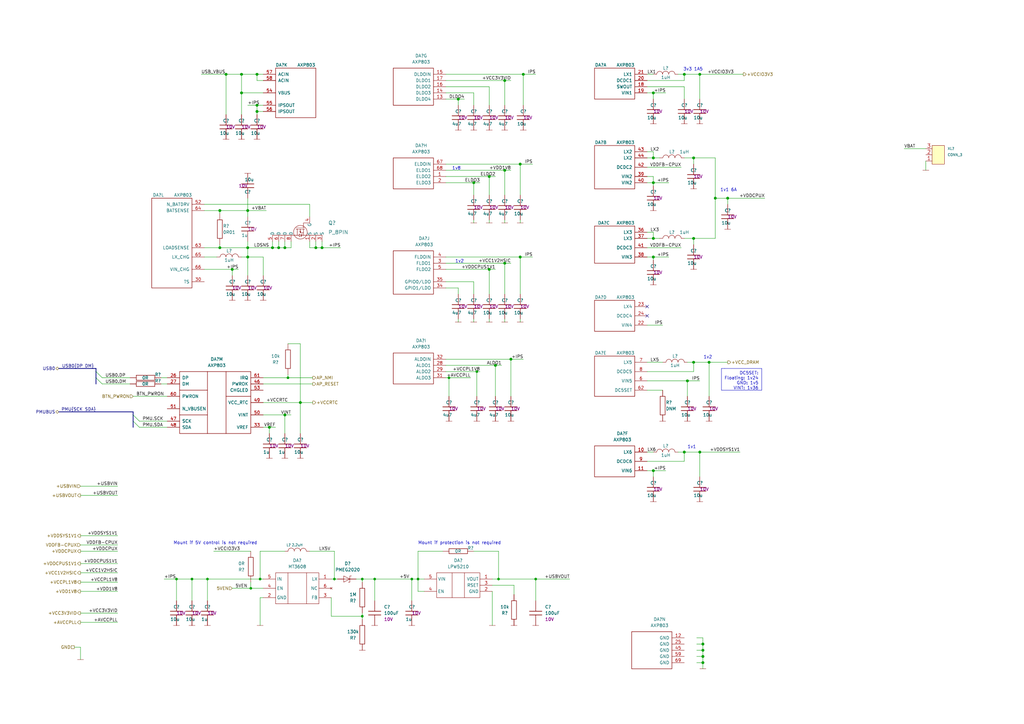
<source format=kicad_sch>
(kicad_sch (version 20211123) (generator eeschema)
  (paper "A3")
  (lib_symbols
    (symbol "AXP803_1" (pin_names (offset 1.016))
      (property "Reference" "DA" (at -12.7 7.62 0))
      (property "Value" "AXP803_1" (at 10.16 7.62 0))
      (symbol "AXP803_1_1_1"
        (pin passive line (at 13.97 -1.27 180) (length 5.08) (name "SWOUT") (number "18"))
        (pin passive line (at 13.97 -3.81 180) (length 5.08) (name "VIN1") (number "19"))
        (pin passive line (at 13.97 1.27 180) (length 5.08) (name "DCDC1") (number "20"))
        (pin passive line (at 13.97 3.81 180) (length 5.08) (name "LX1") (number "21"))
      )
      (symbol "AXP803_1_2_1"
        (pin passive line (at 12.7 -5.08 180) (length 5.08) (name "VIN2") (number "39"))
        (pin passive line (at 12.7 -7.62 180) (length 5.08) (name "VIN2") (number "40"))
        (pin passive line (at 12.7 -1.27 180) (length 5.08) (name "DCDC2") (number "42"))
        (pin passive line (at 12.7 5.08 180) (length 5.08) (name "LX2") (number "43"))
        (pin passive line (at 12.7 2.54 180) (length 5.08) (name "LX2") (number "44"))
      )
      (symbol "AXP803_1_3_1"
        (pin passive line (at 12.7 3.81 180) (length 5.08) (name "LX3") (number "36"))
        (pin passive line (at 12.7 1.27 180) (length 5.08) (name "LX3") (number "37"))
        (pin passive line (at 12.7 -6.35 180) (length 5.08) (name "VIN3") (number "38"))
        (pin passive line (at 12.7 -2.54 180) (length 5.08) (name "DCDC3") (number "41"))
      )
      (symbol "AXP803_1_4_1"
        (pin passive line (at 15.24 -3.81 180) (length 5.08) (name "VIN4") (number "22"))
        (pin passive line (at 15.24 3.81 180) (length 5.08) (name "LX4") (number "23"))
        (pin passive line (at 15.24 0 180) (length 5.08) (name "DCDC4") (number "24"))
      )
      (symbol "AXP803_1_5_1"
        (pin passive line (at 13.97 -2.54 180) (length 5.08) (name "VIN5") (number "6"))
        (pin passive line (at 13.97 -6.35 180) (length 5.08) (name "DC5SET") (number "62"))
        (pin passive line (at 13.97 5.08 180) (length 5.08) (name "LX5") (number "7"))
        (pin passive line (at 13.97 1.27 180) (length 5.08) (name "DCDC5") (number "8"))
      )
      (symbol "AXP803_1_6_1"
        (pin passive line (at 13.97 3.81 180) (length 5.08) (name "LX6") (number "10"))
        (pin passive line (at 13.97 -3.81 180) (length 5.08) (name "VIN6") (number "11"))
        (pin passive line (at 13.97 0 180) (length 5.08) (name "DCDC6") (number "9"))
      )
      (symbol "AXP803_1_7_1"
        (pin passive line (at 13.97 -5.08 180) (length 5.08) (name "DLDO4") (number "13"))
        (pin passive line (at 13.97 -2.54 180) (length 5.08) (name "DLDO3") (number "14"))
        (pin passive line (at 13.97 5.08 180) (length 5.08) (name "DLDOIN") (number "15"))
        (pin passive line (at 13.97 0 180) (length 5.08) (name "DLDO2") (number "16"))
        (pin passive line (at 13.97 2.54 180) (length 5.08) (name "DLDO1") (number "17"))
      )
      (symbol "AXP803_1_8_1"
        (pin passive line (at 13.97 -1.27 180) (length 5.08) (name "ELDO2") (number "1"))
        (pin passive line (at 13.97 -3.81 180) (length 5.08) (name "ELDO3") (number "2"))
        (pin passive line (at 13.97 3.81 180) (length 5.08) (name "ELDOIN") (number "67"))
        (pin passive line (at 13.97 1.27 180) (length 5.08) (name "ELDO1") (number "68"))
      )
      (symbol "AXP803_1_9_1"
        (pin passive line (at 15.24 1.27 180) (length 5.08) (name "ALDO1") (number "28"))
        (pin passive line (at 15.24 -1.27 180) (length 5.08) (name "ALDO2") (number "29"))
        (pin passive line (at 15.24 -3.81 180) (length 5.08) (name "ALDO3") (number "31"))
        (pin passive line (at 15.24 3.81 180) (length 5.08) (name "ALDOIN") (number "32"))
      )
      (symbol "AXP803_1_10_1"
        (pin passive line (at 12.7 2.54 180) (length 5.08) (name "FLDO1") (number "3"))
        (pin passive line (at 12.7 -7.62 180) (length 5.08) (name "GPIO1/LDO") (number "34"))
        (pin passive line (at 12.7 -5.08 180) (length 5.08) (name "GPIO0/LDO") (number "35"))
        (pin passive line (at 12.7 5.08 180) (length 5.08) (name "FLDOIN") (number "4"))
        (pin passive line (at 12.7 0 180) (length 5.08) (name "FLDO2") (number "5"))
      )
      (symbol "AXP803_1_11_1"
        (pin passive line (at -12.7 -2.54 0) (length 5.08) (name "VBUS") (number "54"))
        (pin passive line (at -12.7 -7.62 0) (length 5.08) (name "IPSOUT") (number "55"))
        (pin passive line (at -12.7 -10.16 0) (length 5.08) (name "IPSOUT") (number "56"))
        (pin passive line (at -12.7 5.08 0) (length 5.08) (name "ACIN") (number "57"))
        (pin passive line (at -12.7 2.54 0) (length 5.08) (name "ACIN") (number "58"))
      )
      (symbol "AXP803_1_12_1"
        (pin passive line (at -12.7 -26.67 0) (length 5.08) (name "TS") (number "30"))
        (pin passive line (at -12.7 5.08 0) (length 5.08) (name "N_BATDRV") (number "52"))
        (pin passive line (at -12.7 -12.7 0) (length 5.08) (name "LOADSENSE") (number "63"))
        (pin passive line (at -12.7 2.54 0) (length 5.08) (name "BATSENSE") (number "64"))
        (pin passive line (at -12.7 -16.51 0) (length 5.08) (name "LX_CHG") (number "65"))
        (pin passive line (at -12.7 -21.59 0) (length 5.08) (name "VIN_CHG") (number "66"))
      )
      (symbol "AXP803_1_13_1"
        (pin passive line (at -19.05 3.81 0) (length 5.08) (name "DP") (number "26"))
        (pin passive line (at -19.05 1.27 0) (length 5.08) (name "DM") (number "27"))
        (pin passive line (at 20.32 -16.51 180) (length 5.08) (name "VREF") (number "33"))
        (pin passive line (at 20.32 1.27 180) (length 5.08) (name "PWROK") (number "46"))
        (pin passive line (at -19.05 -13.97 0) (length 5.08) (name "SCK") (number "47"))
        (pin passive line (at -19.05 -16.51 0) (length 5.08) (name "SDA") (number "48"))
        (pin passive line (at 20.32 -6.35 180) (length 5.08) (name "VCC_RTC") (number "49"))
        (pin passive line (at 20.32 -11.43 180) (length 5.08) (name "VINT") (number "50"))
        (pin passive line (at -19.05 -8.89 0) (length 5.08) (name "N_VBUSEN") (number "51"))
        (pin passive line (at 20.32 -1.27 180) (length 5.08) (name "CHGLED") (number "53"))
        (pin passive line (at -19.05 -3.81 0) (length 5.08) (name "PWRON") (number "60"))
        (pin passive line (at 20.32 3.81 180) (length 5.08) (name "IRQ") (number "61"))
      )
      (symbol "AXP803_1_14_1"
        (pin passive line (at 13.97 3.81 180) (length 5.08) (name "GND") (number "12"))
        (pin passive line (at 13.97 1.27 180) (length 5.08) (name "GND") (number "25"))
        (pin passive line (at 13.97 -1.27 180) (length 5.08) (name "GND") (number "45"))
        (pin passive line (at 13.97 -3.81 180) (length 5.08) (name "GND") (number "59"))
        (pin passive line (at 13.97 -6.35 180) (length 5.08) (name "GND") (number "69"))
      )
    )
    (symbol "AXP803_13" (pin_names (offset 1.016))
      (property "Reference" "DA" (at -12.7 7.62 0))
      (property "Value" "AXP803_13" (at 10.16 7.62 0))
      (symbol "AXP803_13_1_1"
        (pin passive line (at 13.97 -1.27 180) (length 5.08) (name "SWOUT") (number "18"))
        (pin passive line (at 13.97 -3.81 180) (length 5.08) (name "VIN1") (number "19"))
        (pin passive line (at 13.97 1.27 180) (length 5.08) (name "DCDC1") (number "20"))
        (pin passive line (at 13.97 3.81 180) (length 5.08) (name "LX1") (number "21"))
      )
      (symbol "AXP803_13_2_1"
        (pin passive line (at 12.7 -5.08 180) (length 5.08) (name "VIN2") (number "39"))
        (pin passive line (at 12.7 -7.62 180) (length 5.08) (name "VIN2") (number "40"))
        (pin passive line (at 12.7 -1.27 180) (length 5.08) (name "DCDC2") (number "42"))
        (pin passive line (at 12.7 5.08 180) (length 5.08) (name "LX2") (number "43"))
        (pin passive line (at 12.7 2.54 180) (length 5.08) (name "LX2") (number "44"))
      )
      (symbol "AXP803_13_3_1"
        (pin passive line (at 12.7 3.81 180) (length 5.08) (name "LX3") (number "36"))
        (pin passive line (at 12.7 1.27 180) (length 5.08) (name "LX3") (number "37"))
        (pin passive line (at 12.7 -6.35 180) (length 5.08) (name "VIN3") (number "38"))
        (pin passive line (at 12.7 -2.54 180) (length 5.08) (name "DCDC3") (number "41"))
      )
      (symbol "AXP803_13_4_1"
        (pin passive line (at 15.24 -3.81 180) (length 5.08) (name "VIN4") (number "22"))
        (pin passive line (at 15.24 3.81 180) (length 5.08) (name "LX4") (number "23"))
        (pin passive line (at 15.24 0 180) (length 5.08) (name "DCDC4") (number "24"))
      )
      (symbol "AXP803_13_5_1"
        (pin passive line (at 13.97 -2.54 180) (length 5.08) (name "VIN5") (number "6"))
        (pin passive line (at 13.97 -6.35 180) (length 5.08) (name "DC5SET") (number "62"))
        (pin passive line (at 13.97 5.08 180) (length 5.08) (name "LX5") (number "7"))
        (pin passive line (at 13.97 1.27 180) (length 5.08) (name "DCDC5") (number "8"))
      )
      (symbol "AXP803_13_6_1"
        (pin passive line (at 13.97 3.81 180) (length 5.08) (name "LX6") (number "10"))
        (pin passive line (at 13.97 -3.81 180) (length 5.08) (name "VIN6") (number "11"))
        (pin passive line (at 13.97 0 180) (length 5.08) (name "DCDC6") (number "9"))
      )
      (symbol "AXP803_13_7_1"
        (pin passive line (at 13.97 -5.08 180) (length 5.08) (name "DLDO4") (number "13"))
        (pin passive line (at 13.97 -2.54 180) (length 5.08) (name "DLDO3") (number "14"))
        (pin passive line (at 13.97 5.08 180) (length 5.08) (name "DLDOIN") (number "15"))
        (pin passive line (at 13.97 0 180) (length 5.08) (name "DLDO2") (number "16"))
        (pin passive line (at 13.97 2.54 180) (length 5.08) (name "DLDO1") (number "17"))
      )
      (symbol "AXP803_13_8_1"
        (pin passive line (at 13.97 -1.27 180) (length 5.08) (name "ELDO2") (number "1"))
        (pin passive line (at 13.97 -3.81 180) (length 5.08) (name "ELDO3") (number "2"))
        (pin passive line (at 13.97 3.81 180) (length 5.08) (name "ELDOIN") (number "67"))
        (pin passive line (at 13.97 1.27 180) (length 5.08) (name "ELDO1") (number "68"))
      )
      (symbol "AXP803_13_9_1"
        (pin passive line (at 15.24 1.27 180) (length 5.08) (name "ALDO1") (number "28"))
        (pin passive line (at 15.24 -1.27 180) (length 5.08) (name "ALDO2") (number "29"))
        (pin passive line (at 15.24 -3.81 180) (length 5.08) (name "ALDO3") (number "31"))
        (pin passive line (at 15.24 3.81 180) (length 5.08) (name "ALDOIN") (number "32"))
      )
      (symbol "AXP803_13_10_1"
        (pin passive line (at 12.7 2.54 180) (length 5.08) (name "FLDO1") (number "3"))
        (pin passive line (at 12.7 -7.62 180) (length 5.08) (name "GPIO1/LDO") (number "34"))
        (pin passive line (at 12.7 -5.08 180) (length 5.08) (name "GPIO0/LDO") (number "35"))
        (pin passive line (at 12.7 5.08 180) (length 5.08) (name "FLDOIN") (number "4"))
        (pin passive line (at 12.7 0 180) (length 5.08) (name "FLDO2") (number "5"))
      )
      (symbol "AXP803_13_11_1"
        (pin passive line (at -12.7 -2.54 0) (length 5.08) (name "VBUS") (number "54"))
        (pin passive line (at -12.7 -7.62 0) (length 5.08) (name "IPSOUT") (number "55"))
        (pin passive line (at -12.7 -10.16 0) (length 5.08) (name "IPSOUT") (number "56"))
        (pin passive line (at -12.7 5.08 0) (length 5.08) (name "ACIN") (number "57"))
        (pin passive line (at -12.7 2.54 0) (length 5.08) (name "ACIN") (number "58"))
      )
      (symbol "AXP803_13_12_1"
        (pin passive line (at -12.7 -26.67 0) (length 5.08) (name "TS") (number "30"))
        (pin passive line (at -12.7 5.08 0) (length 5.08) (name "N_BATDRV") (number "52"))
        (pin passive line (at -12.7 -12.7 0) (length 5.08) (name "LOADSENSE") (number "63"))
        (pin passive line (at -12.7 2.54 0) (length 5.08) (name "BATSENSE") (number "64"))
        (pin passive line (at -12.7 -16.51 0) (length 5.08) (name "LX_CHG") (number "65"))
        (pin passive line (at -12.7 -21.59 0) (length 5.08) (name "VIN_CHG") (number "66"))
      )
      (symbol "AXP803_13_13_1"
        (pin passive line (at -19.05 3.81 0) (length 5.08) (name "DP") (number "26"))
        (pin passive line (at -19.05 1.27 0) (length 5.08) (name "DM") (number "27"))
        (pin passive line (at 20.32 -16.51 180) (length 5.08) (name "VREF") (number "33"))
        (pin passive line (at 20.32 1.27 180) (length 5.08) (name "PWROK") (number "46"))
        (pin passive line (at -19.05 -13.97 0) (length 5.08) (name "SCK") (number "47"))
        (pin passive line (at -19.05 -16.51 0) (length 5.08) (name "SDA") (number "48"))
        (pin passive line (at 20.32 -6.35 180) (length 5.08) (name "VCC_RTC") (number "49"))
        (pin passive line (at 20.32 -11.43 180) (length 5.08) (name "VINT") (number "50"))
        (pin passive line (at -19.05 -8.89 0) (length 5.08) (name "N_VBUSEN") (number "51"))
        (pin passive line (at 20.32 -1.27 180) (length 5.08) (name "CHGLED") (number "53"))
        (pin passive line (at -19.05 -3.81 0) (length 5.08) (name "PWRON") (number "60"))
        (pin passive line (at 20.32 3.81 180) (length 5.08) (name "IRQ") (number "61"))
      )
      (symbol "AXP803_13_14_1"
        (pin passive line (at 13.97 3.81 180) (length 5.08) (name "GND") (number "12"))
        (pin passive line (at 13.97 1.27 180) (length 5.08) (name "GND") (number "25"))
        (pin passive line (at 13.97 -1.27 180) (length 5.08) (name "GND") (number "45"))
        (pin passive line (at 13.97 -3.81 180) (length 5.08) (name "GND") (number "59"))
        (pin passive line (at 13.97 -6.35 180) (length 5.08) (name "GND") (number "69"))
      )
    )
    (symbol "AXP803_2" (pin_names (offset 1.016))
      (property "Reference" "DA" (at -12.7 7.62 0))
      (property "Value" "AXP803_2" (at 10.16 7.62 0))
      (symbol "AXP803_2_1_1"
        (pin passive line (at 13.97 -1.27 180) (length 5.08) (name "SWOUT") (number "18"))
        (pin passive line (at 13.97 -3.81 180) (length 5.08) (name "VIN1") (number "19"))
        (pin passive line (at 13.97 1.27 180) (length 5.08) (name "DCDC1") (number "20"))
        (pin passive line (at 13.97 3.81 180) (length 5.08) (name "LX1") (number "21"))
      )
      (symbol "AXP803_2_2_1"
        (pin passive line (at 12.7 -5.08 180) (length 5.08) (name "VIN2") (number "39"))
        (pin passive line (at 12.7 -7.62 180) (length 5.08) (name "VIN2") (number "40"))
        (pin passive line (at 12.7 -1.27 180) (length 5.08) (name "DCDC2") (number "42"))
        (pin passive line (at 12.7 5.08 180) (length 5.08) (name "LX2") (number "43"))
        (pin passive line (at 12.7 2.54 180) (length 5.08) (name "LX2") (number "44"))
      )
      (symbol "AXP803_2_3_1"
        (pin passive line (at 12.7 3.81 180) (length 5.08) (name "LX3") (number "36"))
        (pin passive line (at 12.7 1.27 180) (length 5.08) (name "LX3") (number "37"))
        (pin passive line (at 12.7 -6.35 180) (length 5.08) (name "VIN3") (number "38"))
        (pin passive line (at 12.7 -2.54 180) (length 5.08) (name "DCDC3") (number "41"))
      )
      (symbol "AXP803_2_4_1"
        (pin passive line (at 15.24 -3.81 180) (length 5.08) (name "VIN4") (number "22"))
        (pin passive line (at 15.24 3.81 180) (length 5.08) (name "LX4") (number "23"))
        (pin passive line (at 15.24 0 180) (length 5.08) (name "DCDC4") (number "24"))
      )
      (symbol "AXP803_2_5_1"
        (pin passive line (at 13.97 -2.54 180) (length 5.08) (name "VIN5") (number "6"))
        (pin passive line (at 13.97 -6.35 180) (length 5.08) (name "DC5SET") (number "62"))
        (pin passive line (at 13.97 5.08 180) (length 5.08) (name "LX5") (number "7"))
        (pin passive line (at 13.97 1.27 180) (length 5.08) (name "DCDC5") (number "8"))
      )
      (symbol "AXP803_2_6_1"
        (pin passive line (at 13.97 3.81 180) (length 5.08) (name "LX6") (number "10"))
        (pin passive line (at 13.97 -3.81 180) (length 5.08) (name "VIN6") (number "11"))
        (pin passive line (at 13.97 0 180) (length 5.08) (name "DCDC6") (number "9"))
      )
      (symbol "AXP803_2_7_1"
        (pin passive line (at 13.97 -5.08 180) (length 5.08) (name "DLDO4") (number "13"))
        (pin passive line (at 13.97 -2.54 180) (length 5.08) (name "DLDO3") (number "14"))
        (pin passive line (at 13.97 5.08 180) (length 5.08) (name "DLDOIN") (number "15"))
        (pin passive line (at 13.97 0 180) (length 5.08) (name "DLDO2") (number "16"))
        (pin passive line (at 13.97 2.54 180) (length 5.08) (name "DLDO1") (number "17"))
      )
      (symbol "AXP803_2_8_1"
        (pin passive line (at 13.97 -1.27 180) (length 5.08) (name "ELDO2") (number "1"))
        (pin passive line (at 13.97 -3.81 180) (length 5.08) (name "ELDO3") (number "2"))
        (pin passive line (at 13.97 3.81 180) (length 5.08) (name "ELDOIN") (number "67"))
        (pin passive line (at 13.97 1.27 180) (length 5.08) (name "ELDO1") (number "68"))
      )
      (symbol "AXP803_2_9_1"
        (pin passive line (at 15.24 1.27 180) (length 5.08) (name "ALDO1") (number "28"))
        (pin passive line (at 15.24 -1.27 180) (length 5.08) (name "ALDO2") (number "29"))
        (pin passive line (at 15.24 -3.81 180) (length 5.08) (name "ALDO3") (number "31"))
        (pin passive line (at 15.24 3.81 180) (length 5.08) (name "ALDOIN") (number "32"))
      )
      (symbol "AXP803_2_10_1"
        (pin passive line (at 12.7 2.54 180) (length 5.08) (name "FLDO1") (number "3"))
        (pin passive line (at 12.7 -7.62 180) (length 5.08) (name "GPIO1/LDO") (number "34"))
        (pin passive line (at 12.7 -5.08 180) (length 5.08) (name "GPIO0/LDO") (number "35"))
        (pin passive line (at 12.7 5.08 180) (length 5.08) (name "FLDOIN") (number "4"))
        (pin passive line (at 12.7 0 180) (length 5.08) (name "FLDO2") (number "5"))
      )
      (symbol "AXP803_2_11_1"
        (pin passive line (at -12.7 -2.54 0) (length 5.08) (name "VBUS") (number "54"))
        (pin passive line (at -12.7 -7.62 0) (length 5.08) (name "IPSOUT") (number "55"))
        (pin passive line (at -12.7 -10.16 0) (length 5.08) (name "IPSOUT") (number "56"))
        (pin passive line (at -12.7 5.08 0) (length 5.08) (name "ACIN") (number "57"))
        (pin passive line (at -12.7 2.54 0) (length 5.08) (name "ACIN") (number "58"))
      )
      (symbol "AXP803_2_12_1"
        (pin passive line (at -12.7 -26.67 0) (length 5.08) (name "TS") (number "30"))
        (pin passive line (at -12.7 5.08 0) (length 5.08) (name "N_BATDRV") (number "52"))
        (pin passive line (at -12.7 -12.7 0) (length 5.08) (name "LOADSENSE") (number "63"))
        (pin passive line (at -12.7 2.54 0) (length 5.08) (name "BATSENSE") (number "64"))
        (pin passive line (at -12.7 -16.51 0) (length 5.08) (name "LX_CHG") (number "65"))
        (pin passive line (at -12.7 -21.59 0) (length 5.08) (name "VIN_CHG") (number "66"))
      )
      (symbol "AXP803_2_13_1"
        (pin passive line (at -19.05 3.81 0) (length 5.08) (name "DP") (number "26"))
        (pin passive line (at -19.05 1.27 0) (length 5.08) (name "DM") (number "27"))
        (pin passive line (at 20.32 -16.51 180) (length 5.08) (name "VREF") (number "33"))
        (pin passive line (at 20.32 1.27 180) (length 5.08) (name "PWROK") (number "46"))
        (pin passive line (at -19.05 -13.97 0) (length 5.08) (name "SCK") (number "47"))
        (pin passive line (at -19.05 -16.51 0) (length 5.08) (name "SDA") (number "48"))
        (pin passive line (at 20.32 -6.35 180) (length 5.08) (name "VCC_RTC") (number "49"))
        (pin passive line (at 20.32 -11.43 180) (length 5.08) (name "VINT") (number "50"))
        (pin passive line (at -19.05 -8.89 0) (length 5.08) (name "N_VBUSEN") (number "51"))
        (pin passive line (at 20.32 -1.27 180) (length 5.08) (name "CHGLED") (number "53"))
        (pin passive line (at -19.05 -3.81 0) (length 5.08) (name "PWRON") (number "60"))
        (pin passive line (at 20.32 3.81 180) (length 5.08) (name "IRQ") (number "61"))
      )
      (symbol "AXP803_2_14_1"
        (pin passive line (at 13.97 3.81 180) (length 5.08) (name "GND") (number "12"))
        (pin passive line (at 13.97 1.27 180) (length 5.08) (name "GND") (number "25"))
        (pin passive line (at 13.97 -1.27 180) (length 5.08) (name "GND") (number "45"))
        (pin passive line (at 13.97 -3.81 180) (length 5.08) (name "GND") (number "59"))
        (pin passive line (at 13.97 -6.35 180) (length 5.08) (name "GND") (number "69"))
      )
    )
    (symbol "AXP803_3" (pin_names (offset 1.016))
      (property "Reference" "DA" (at -12.7 7.62 0))
      (property "Value" "AXP803_3" (at 10.16 7.62 0))
      (symbol "AXP803_3_1_1"
        (pin passive line (at 13.97 -1.27 180) (length 5.08) (name "SWOUT") (number "18"))
        (pin passive line (at 13.97 -3.81 180) (length 5.08) (name "VIN1") (number "19"))
        (pin passive line (at 13.97 1.27 180) (length 5.08) (name "DCDC1") (number "20"))
        (pin passive line (at 13.97 3.81 180) (length 5.08) (name "LX1") (number "21"))
      )
      (symbol "AXP803_3_2_1"
        (pin passive line (at 12.7 -5.08 180) (length 5.08) (name "VIN2") (number "39"))
        (pin passive line (at 12.7 -7.62 180) (length 5.08) (name "VIN2") (number "40"))
        (pin passive line (at 12.7 -1.27 180) (length 5.08) (name "DCDC2") (number "42"))
        (pin passive line (at 12.7 5.08 180) (length 5.08) (name "LX2") (number "43"))
        (pin passive line (at 12.7 2.54 180) (length 5.08) (name "LX2") (number "44"))
      )
      (symbol "AXP803_3_3_1"
        (pin passive line (at 12.7 3.81 180) (length 5.08) (name "LX3") (number "36"))
        (pin passive line (at 12.7 1.27 180) (length 5.08) (name "LX3") (number "37"))
        (pin passive line (at 12.7 -6.35 180) (length 5.08) (name "VIN3") (number "38"))
        (pin passive line (at 12.7 -2.54 180) (length 5.08) (name "DCDC3") (number "41"))
      )
      (symbol "AXP803_3_4_1"
        (pin passive line (at 15.24 -3.81 180) (length 5.08) (name "VIN4") (number "22"))
        (pin passive line (at 15.24 3.81 180) (length 5.08) (name "LX4") (number "23"))
        (pin passive line (at 15.24 0 180) (length 5.08) (name "DCDC4") (number "24"))
      )
      (symbol "AXP803_3_5_1"
        (pin passive line (at 13.97 -2.54 180) (length 5.08) (name "VIN5") (number "6"))
        (pin passive line (at 13.97 -6.35 180) (length 5.08) (name "DC5SET") (number "62"))
        (pin passive line (at 13.97 5.08 180) (length 5.08) (name "LX5") (number "7"))
        (pin passive line (at 13.97 1.27 180) (length 5.08) (name "DCDC5") (number "8"))
      )
      (symbol "AXP803_3_6_1"
        (pin passive line (at 13.97 3.81 180) (length 5.08) (name "LX6") (number "10"))
        (pin passive line (at 13.97 -3.81 180) (length 5.08) (name "VIN6") (number "11"))
        (pin passive line (at 13.97 0 180) (length 5.08) (name "DCDC6") (number "9"))
      )
      (symbol "AXP803_3_7_1"
        (pin passive line (at 13.97 -5.08 180) (length 5.08) (name "DLDO4") (number "13"))
        (pin passive line (at 13.97 -2.54 180) (length 5.08) (name "DLDO3") (number "14"))
        (pin passive line (at 13.97 5.08 180) (length 5.08) (name "DLDOIN") (number "15"))
        (pin passive line (at 13.97 0 180) (length 5.08) (name "DLDO2") (number "16"))
        (pin passive line (at 13.97 2.54 180) (length 5.08) (name "DLDO1") (number "17"))
      )
      (symbol "AXP803_3_8_1"
        (pin passive line (at 13.97 -1.27 180) (length 5.08) (name "ELDO2") (number "1"))
        (pin passive line (at 13.97 -3.81 180) (length 5.08) (name "ELDO3") (number "2"))
        (pin passive line (at 13.97 3.81 180) (length 5.08) (name "ELDOIN") (number "67"))
        (pin passive line (at 13.97 1.27 180) (length 5.08) (name "ELDO1") (number "68"))
      )
      (symbol "AXP803_3_9_1"
        (pin passive line (at 15.24 1.27 180) (length 5.08) (name "ALDO1") (number "28"))
        (pin passive line (at 15.24 -1.27 180) (length 5.08) (name "ALDO2") (number "29"))
        (pin passive line (at 15.24 -3.81 180) (length 5.08) (name "ALDO3") (number "31"))
        (pin passive line (at 15.24 3.81 180) (length 5.08) (name "ALDOIN") (number "32"))
      )
      (symbol "AXP803_3_10_1"
        (pin passive line (at 12.7 2.54 180) (length 5.08) (name "FLDO1") (number "3"))
        (pin passive line (at 12.7 -7.62 180) (length 5.08) (name "GPIO1/LDO") (number "34"))
        (pin passive line (at 12.7 -5.08 180) (length 5.08) (name "GPIO0/LDO") (number "35"))
        (pin passive line (at 12.7 5.08 180) (length 5.08) (name "FLDOIN") (number "4"))
        (pin passive line (at 12.7 0 180) (length 5.08) (name "FLDO2") (number "5"))
      )
      (symbol "AXP803_3_11_1"
        (pin passive line (at -12.7 -2.54 0) (length 5.08) (name "VBUS") (number "54"))
        (pin passive line (at -12.7 -7.62 0) (length 5.08) (name "IPSOUT") (number "55"))
        (pin passive line (at -12.7 -10.16 0) (length 5.08) (name "IPSOUT") (number "56"))
        (pin passive line (at -12.7 5.08 0) (length 5.08) (name "ACIN") (number "57"))
        (pin passive line (at -12.7 2.54 0) (length 5.08) (name "ACIN") (number "58"))
      )
      (symbol "AXP803_3_12_1"
        (pin passive line (at -12.7 -26.67 0) (length 5.08) (name "TS") (number "30"))
        (pin passive line (at -12.7 5.08 0) (length 5.08) (name "N_BATDRV") (number "52"))
        (pin passive line (at -12.7 -12.7 0) (length 5.08) (name "LOADSENSE") (number "63"))
        (pin passive line (at -12.7 2.54 0) (length 5.08) (name "BATSENSE") (number "64"))
        (pin passive line (at -12.7 -16.51 0) (length 5.08) (name "LX_CHG") (number "65"))
        (pin passive line (at -12.7 -21.59 0) (length 5.08) (name "VIN_CHG") (number "66"))
      )
      (symbol "AXP803_3_13_1"
        (pin passive line (at -19.05 3.81 0) (length 5.08) (name "DP") (number "26"))
        (pin passive line (at -19.05 1.27 0) (length 5.08) (name "DM") (number "27"))
        (pin passive line (at 20.32 -16.51 180) (length 5.08) (name "VREF") (number "33"))
        (pin passive line (at 20.32 1.27 180) (length 5.08) (name "PWROK") (number "46"))
        (pin passive line (at -19.05 -13.97 0) (length 5.08) (name "SCK") (number "47"))
        (pin passive line (at -19.05 -16.51 0) (length 5.08) (name "SDA") (number "48"))
        (pin passive line (at 20.32 -6.35 180) (length 5.08) (name "VCC_RTC") (number "49"))
        (pin passive line (at 20.32 -11.43 180) (length 5.08) (name "VINT") (number "50"))
        (pin passive line (at -19.05 -8.89 0) (length 5.08) (name "N_VBUSEN") (number "51"))
        (pin passive line (at 20.32 -1.27 180) (length 5.08) (name "CHGLED") (number "53"))
        (pin passive line (at -19.05 -3.81 0) (length 5.08) (name "PWRON") (number "60"))
        (pin passive line (at 20.32 3.81 180) (length 5.08) (name "IRQ") (number "61"))
      )
      (symbol "AXP803_3_14_1"
        (pin passive line (at 13.97 3.81 180) (length 5.08) (name "GND") (number "12"))
        (pin passive line (at 13.97 1.27 180) (length 5.08) (name "GND") (number "25"))
        (pin passive line (at 13.97 -1.27 180) (length 5.08) (name "GND") (number "45"))
        (pin passive line (at 13.97 -3.81 180) (length 5.08) (name "GND") (number "59"))
        (pin passive line (at 13.97 -6.35 180) (length 5.08) (name "GND") (number "69"))
      )
    )
    (symbol "AXP803_4" (pin_names (offset 1.016))
      (property "Reference" "DA" (at -12.7 7.62 0))
      (property "Value" "AXP803_4" (at 10.16 7.62 0))
      (symbol "AXP803_4_1_1"
        (pin passive line (at 13.97 -1.27 180) (length 5.08) (name "SWOUT") (number "18"))
        (pin passive line (at 13.97 -3.81 180) (length 5.08) (name "VIN1") (number "19"))
        (pin passive line (at 13.97 1.27 180) (length 5.08) (name "DCDC1") (number "20"))
        (pin passive line (at 13.97 3.81 180) (length 5.08) (name "LX1") (number "21"))
      )
      (symbol "AXP803_4_2_1"
        (pin passive line (at 12.7 -5.08 180) (length 5.08) (name "VIN2") (number "39"))
        (pin passive line (at 12.7 -7.62 180) (length 5.08) (name "VIN2") (number "40"))
        (pin passive line (at 12.7 -1.27 180) (length 5.08) (name "DCDC2") (number "42"))
        (pin passive line (at 12.7 5.08 180) (length 5.08) (name "LX2") (number "43"))
        (pin passive line (at 12.7 2.54 180) (length 5.08) (name "LX2") (number "44"))
      )
      (symbol "AXP803_4_3_1"
        (pin passive line (at 12.7 3.81 180) (length 5.08) (name "LX3") (number "36"))
        (pin passive line (at 12.7 1.27 180) (length 5.08) (name "LX3") (number "37"))
        (pin passive line (at 12.7 -6.35 180) (length 5.08) (name "VIN3") (number "38"))
        (pin passive line (at 12.7 -2.54 180) (length 5.08) (name "DCDC3") (number "41"))
      )
      (symbol "AXP803_4_4_1"
        (pin passive line (at 15.24 -3.81 180) (length 5.08) (name "VIN4") (number "22"))
        (pin passive line (at 15.24 3.81 180) (length 5.08) (name "LX4") (number "23"))
        (pin passive line (at 15.24 0 180) (length 5.08) (name "DCDC4") (number "24"))
      )
      (symbol "AXP803_4_5_1"
        (pin passive line (at 13.97 -2.54 180) (length 5.08) (name "VIN5") (number "6"))
        (pin passive line (at 13.97 -6.35 180) (length 5.08) (name "DC5SET") (number "62"))
        (pin passive line (at 13.97 5.08 180) (length 5.08) (name "LX5") (number "7"))
        (pin passive line (at 13.97 1.27 180) (length 5.08) (name "DCDC5") (number "8"))
      )
      (symbol "AXP803_4_6_1"
        (pin passive line (at 13.97 3.81 180) (length 5.08) (name "LX6") (number "10"))
        (pin passive line (at 13.97 -3.81 180) (length 5.08) (name "VIN6") (number "11"))
        (pin passive line (at 13.97 0 180) (length 5.08) (name "DCDC6") (number "9"))
      )
      (symbol "AXP803_4_7_1"
        (pin passive line (at 13.97 -5.08 180) (length 5.08) (name "DLDO4") (number "13"))
        (pin passive line (at 13.97 -2.54 180) (length 5.08) (name "DLDO3") (number "14"))
        (pin passive line (at 13.97 5.08 180) (length 5.08) (name "DLDOIN") (number "15"))
        (pin passive line (at 13.97 0 180) (length 5.08) (name "DLDO2") (number "16"))
        (pin passive line (at 13.97 2.54 180) (length 5.08) (name "DLDO1") (number "17"))
      )
      (symbol "AXP803_4_8_1"
        (pin passive line (at 13.97 -1.27 180) (length 5.08) (name "ELDO2") (number "1"))
        (pin passive line (at 13.97 -3.81 180) (length 5.08) (name "ELDO3") (number "2"))
        (pin passive line (at 13.97 3.81 180) (length 5.08) (name "ELDOIN") (number "67"))
        (pin passive line (at 13.97 1.27 180) (length 5.08) (name "ELDO1") (number "68"))
      )
      (symbol "AXP803_4_9_1"
        (pin passive line (at 15.24 1.27 180) (length 5.08) (name "ALDO1") (number "28"))
        (pin passive line (at 15.24 -1.27 180) (length 5.08) (name "ALDO2") (number "29"))
        (pin passive line (at 15.24 -3.81 180) (length 5.08) (name "ALDO3") (number "31"))
        (pin passive line (at 15.24 3.81 180) (length 5.08) (name "ALDOIN") (number "32"))
      )
      (symbol "AXP803_4_10_1"
        (pin passive line (at 12.7 2.54 180) (length 5.08) (name "FLDO1") (number "3"))
        (pin passive line (at 12.7 -7.62 180) (length 5.08) (name "GPIO1/LDO") (number "34"))
        (pin passive line (at 12.7 -5.08 180) (length 5.08) (name "GPIO0/LDO") (number "35"))
        (pin passive line (at 12.7 5.08 180) (length 5.08) (name "FLDOIN") (number "4"))
        (pin passive line (at 12.7 0 180) (length 5.08) (name "FLDO2") (number "5"))
      )
      (symbol "AXP803_4_11_1"
        (pin passive line (at -12.7 -2.54 0) (length 5.08) (name "VBUS") (number "54"))
        (pin passive line (at -12.7 -7.62 0) (length 5.08) (name "IPSOUT") (number "55"))
        (pin passive line (at -12.7 -10.16 0) (length 5.08) (name "IPSOUT") (number "56"))
        (pin passive line (at -12.7 5.08 0) (length 5.08) (name "ACIN") (number "57"))
        (pin passive line (at -12.7 2.54 0) (length 5.08) (name "ACIN") (number "58"))
      )
      (symbol "AXP803_4_12_1"
        (pin passive line (at -12.7 -26.67 0) (length 5.08) (name "TS") (number "30"))
        (pin passive line (at -12.7 5.08 0) (length 5.08) (name "N_BATDRV") (number "52"))
        (pin passive line (at -12.7 -12.7 0) (length 5.08) (name "LOADSENSE") (number "63"))
        (pin passive line (at -12.7 2.54 0) (length 5.08) (name "BATSENSE") (number "64"))
        (pin passive line (at -12.7 -16.51 0) (length 5.08) (name "LX_CHG") (number "65"))
        (pin passive line (at -12.7 -21.59 0) (length 5.08) (name "VIN_CHG") (number "66"))
      )
      (symbol "AXP803_4_13_1"
        (pin passive line (at -19.05 3.81 0) (length 5.08) (name "DP") (number "26"))
        (pin passive line (at -19.05 1.27 0) (length 5.08) (name "DM") (number "27"))
        (pin passive line (at 20.32 -16.51 180) (length 5.08) (name "VREF") (number "33"))
        (pin passive line (at 20.32 1.27 180) (length 5.08) (name "PWROK") (number "46"))
        (pin passive line (at -19.05 -13.97 0) (length 5.08) (name "SCK") (number "47"))
        (pin passive line (at -19.05 -16.51 0) (length 5.08) (name "SDA") (number "48"))
        (pin passive line (at 20.32 -6.35 180) (length 5.08) (name "VCC_RTC") (number "49"))
        (pin passive line (at 20.32 -11.43 180) (length 5.08) (name "VINT") (number "50"))
        (pin passive line (at -19.05 -8.89 0) (length 5.08) (name "N_VBUSEN") (number "51"))
        (pin passive line (at 20.32 -1.27 180) (length 5.08) (name "CHGLED") (number "53"))
        (pin passive line (at -19.05 -3.81 0) (length 5.08) (name "PWRON") (number "60"))
        (pin passive line (at 20.32 3.81 180) (length 5.08) (name "IRQ") (number "61"))
      )
      (symbol "AXP803_4_14_1"
        (pin passive line (at 13.97 3.81 180) (length 5.08) (name "GND") (number "12"))
        (pin passive line (at 13.97 1.27 180) (length 5.08) (name "GND") (number "25"))
        (pin passive line (at 13.97 -1.27 180) (length 5.08) (name "GND") (number "45"))
        (pin passive line (at 13.97 -3.81 180) (length 5.08) (name "GND") (number "59"))
        (pin passive line (at 13.97 -6.35 180) (length 5.08) (name "GND") (number "69"))
      )
    )
    (symbol "AXP803_5" (pin_names (offset 1.016))
      (property "Reference" "DA" (at -12.7 7.62 0))
      (property "Value" "AXP803_5" (at 10.16 7.62 0))
      (symbol "AXP803_5_1_1"
        (pin passive line (at 13.97 -1.27 180) (length 5.08) (name "SWOUT") (number "18"))
        (pin passive line (at 13.97 -3.81 180) (length 5.08) (name "VIN1") (number "19"))
        (pin passive line (at 13.97 1.27 180) (length 5.08) (name "DCDC1") (number "20"))
        (pin passive line (at 13.97 3.81 180) (length 5.08) (name "LX1") (number "21"))
      )
      (symbol "AXP803_5_2_1"
        (pin passive line (at 12.7 -5.08 180) (length 5.08) (name "VIN2") (number "39"))
        (pin passive line (at 12.7 -7.62 180) (length 5.08) (name "VIN2") (number "40"))
        (pin passive line (at 12.7 -1.27 180) (length 5.08) (name "DCDC2") (number "42"))
        (pin passive line (at 12.7 5.08 180) (length 5.08) (name "LX2") (number "43"))
        (pin passive line (at 12.7 2.54 180) (length 5.08) (name "LX2") (number "44"))
      )
      (symbol "AXP803_5_3_1"
        (pin passive line (at 12.7 3.81 180) (length 5.08) (name "LX3") (number "36"))
        (pin passive line (at 12.7 1.27 180) (length 5.08) (name "LX3") (number "37"))
        (pin passive line (at 12.7 -6.35 180) (length 5.08) (name "VIN3") (number "38"))
        (pin passive line (at 12.7 -2.54 180) (length 5.08) (name "DCDC3") (number "41"))
      )
      (symbol "AXP803_5_4_1"
        (pin passive line (at 15.24 -3.81 180) (length 5.08) (name "VIN4") (number "22"))
        (pin passive line (at 15.24 3.81 180) (length 5.08) (name "LX4") (number "23"))
        (pin passive line (at 15.24 0 180) (length 5.08) (name "DCDC4") (number "24"))
      )
      (symbol "AXP803_5_5_1"
        (pin passive line (at 13.97 -2.54 180) (length 5.08) (name "VIN5") (number "6"))
        (pin passive line (at 13.97 -6.35 180) (length 5.08) (name "DC5SET") (number "62"))
        (pin passive line (at 13.97 5.08 180) (length 5.08) (name "LX5") (number "7"))
        (pin passive line (at 13.97 1.27 180) (length 5.08) (name "DCDC5") (number "8"))
      )
      (symbol "AXP803_5_6_1"
        (pin passive line (at 13.97 3.81 180) (length 5.08) (name "LX6") (number "10"))
        (pin passive line (at 13.97 -3.81 180) (length 5.08) (name "VIN6") (number "11"))
        (pin passive line (at 13.97 0 180) (length 5.08) (name "DCDC6") (number "9"))
      )
      (symbol "AXP803_5_7_1"
        (pin passive line (at 13.97 -5.08 180) (length 5.08) (name "DLDO4") (number "13"))
        (pin passive line (at 13.97 -2.54 180) (length 5.08) (name "DLDO3") (number "14"))
        (pin passive line (at 13.97 5.08 180) (length 5.08) (name "DLDOIN") (number "15"))
        (pin passive line (at 13.97 0 180) (length 5.08) (name "DLDO2") (number "16"))
        (pin passive line (at 13.97 2.54 180) (length 5.08) (name "DLDO1") (number "17"))
      )
      (symbol "AXP803_5_8_1"
        (pin passive line (at 13.97 -1.27 180) (length 5.08) (name "ELDO2") (number "1"))
        (pin passive line (at 13.97 -3.81 180) (length 5.08) (name "ELDO3") (number "2"))
        (pin passive line (at 13.97 3.81 180) (length 5.08) (name "ELDOIN") (number "67"))
        (pin passive line (at 13.97 1.27 180) (length 5.08) (name "ELDO1") (number "68"))
      )
      (symbol "AXP803_5_9_1"
        (pin passive line (at 15.24 1.27 180) (length 5.08) (name "ALDO1") (number "28"))
        (pin passive line (at 15.24 -1.27 180) (length 5.08) (name "ALDO2") (number "29"))
        (pin passive line (at 15.24 -3.81 180) (length 5.08) (name "ALDO3") (number "31"))
        (pin passive line (at 15.24 3.81 180) (length 5.08) (name "ALDOIN") (number "32"))
      )
      (symbol "AXP803_5_10_1"
        (pin passive line (at 12.7 2.54 180) (length 5.08) (name "FLDO1") (number "3"))
        (pin passive line (at 12.7 -7.62 180) (length 5.08) (name "GPIO1/LDO") (number "34"))
        (pin passive line (at 12.7 -5.08 180) (length 5.08) (name "GPIO0/LDO") (number "35"))
        (pin passive line (at 12.7 5.08 180) (length 5.08) (name "FLDOIN") (number "4"))
        (pin passive line (at 12.7 0 180) (length 5.08) (name "FLDO2") (number "5"))
      )
      (symbol "AXP803_5_11_1"
        (pin passive line (at -12.7 -2.54 0) (length 5.08) (name "VBUS") (number "54"))
        (pin passive line (at -12.7 -7.62 0) (length 5.08) (name "IPSOUT") (number "55"))
        (pin passive line (at -12.7 -10.16 0) (length 5.08) (name "IPSOUT") (number "56"))
        (pin passive line (at -12.7 5.08 0) (length 5.08) (name "ACIN") (number "57"))
        (pin passive line (at -12.7 2.54 0) (length 5.08) (name "ACIN") (number "58"))
      )
      (symbol "AXP803_5_12_1"
        (pin passive line (at -12.7 -26.67 0) (length 5.08) (name "TS") (number "30"))
        (pin passive line (at -12.7 5.08 0) (length 5.08) (name "N_BATDRV") (number "52"))
        (pin passive line (at -12.7 -12.7 0) (length 5.08) (name "LOADSENSE") (number "63"))
        (pin passive line (at -12.7 2.54 0) (length 5.08) (name "BATSENSE") (number "64"))
        (pin passive line (at -12.7 -16.51 0) (length 5.08) (name "LX_CHG") (number "65"))
        (pin passive line (at -12.7 -21.59 0) (length 5.08) (name "VIN_CHG") (number "66"))
      )
      (symbol "AXP803_5_13_1"
        (pin passive line (at -19.05 3.81 0) (length 5.08) (name "DP") (number "26"))
        (pin passive line (at -19.05 1.27 0) (length 5.08) (name "DM") (number "27"))
        (pin passive line (at 20.32 -16.51 180) (length 5.08) (name "VREF") (number "33"))
        (pin passive line (at 20.32 1.27 180) (length 5.08) (name "PWROK") (number "46"))
        (pin passive line (at -19.05 -13.97 0) (length 5.08) (name "SCK") (number "47"))
        (pin passive line (at -19.05 -16.51 0) (length 5.08) (name "SDA") (number "48"))
        (pin passive line (at 20.32 -6.35 180) (length 5.08) (name "VCC_RTC") (number "49"))
        (pin passive line (at 20.32 -11.43 180) (length 5.08) (name "VINT") (number "50"))
        (pin passive line (at -19.05 -8.89 0) (length 5.08) (name "N_VBUSEN") (number "51"))
        (pin passive line (at 20.32 -1.27 180) (length 5.08) (name "CHGLED") (number "53"))
        (pin passive line (at -19.05 -3.81 0) (length 5.08) (name "PWRON") (number "60"))
        (pin passive line (at 20.32 3.81 180) (length 5.08) (name "IRQ") (number "61"))
      )
      (symbol "AXP803_5_14_1"
        (pin passive line (at 13.97 3.81 180) (length 5.08) (name "GND") (number "12"))
        (pin passive line (at 13.97 1.27 180) (length 5.08) (name "GND") (number "25"))
        (pin passive line (at 13.97 -1.27 180) (length 5.08) (name "GND") (number "45"))
        (pin passive line (at 13.97 -3.81 180) (length 5.08) (name "GND") (number "59"))
        (pin passive line (at 13.97 -6.35 180) (length 5.08) (name "GND") (number "69"))
      )
    )
    (symbol "C_1" (pin_numbers hide) (pin_names (offset 0.254))
      (property "Reference" "C" (at -2.54 -2.54 0))
      (property "Value" "C_1" (at -2.54 2.54 0))
      (property "Voltage" "10V" (at 0 0 0))
      (symbol "C_1_1_1"
        (pin passive line (at 0 5.08 270) (length 4.318) (name "~") (number "1"))
        (pin passive line (at 0 -5.08 90) (length 4.318) (name "~") (number "2"))
      )
    )
    (symbol "C_10" (pin_numbers hide) (pin_names (offset 0.254))
      (property "Reference" "C" (at -2.54 -2.54 0))
      (property "Value" "C_10" (at -2.54 2.54 0))
      (property "Voltage" "10V" (at 0 0 0))
      (symbol "C_10_1_1"
        (pin passive line (at 0 5.08 270) (length 4.318) (name "~") (number "1"))
        (pin passive line (at 0 -5.08 90) (length 4.318) (name "~") (number "2"))
      )
    )
    (symbol "C_11" (pin_numbers hide) (pin_names (offset 0.254))
      (property "Reference" "C" (at -2.54 -2.54 0))
      (property "Value" "C_11" (at -2.54 2.54 0))
      (property "Voltage" "10V" (at 0 0 0))
      (symbol "C_11_1_1"
        (pin passive line (at 0 5.08 270) (length 4.318) (name "~") (number "1"))
        (pin passive line (at 0 -5.08 90) (length 4.318) (name "~") (number "2"))
      )
    )
    (symbol "C_12" (pin_numbers hide) (pin_names (offset 0.254))
      (property "Reference" "C" (at -2.54 -2.54 0))
      (property "Value" "C_12" (at -2.54 2.54 0))
      (property "Voltage" "10V" (at 0 0 0))
      (symbol "C_12_1_1"
        (pin passive line (at 0 5.08 270) (length 4.318) (name "~") (number "1"))
        (pin passive line (at 0 -5.08 90) (length 4.318) (name "~") (number "2"))
      )
    )
    (symbol "C_13" (pin_numbers hide) (pin_names (offset 0.254))
      (property "Reference" "C" (at -2.54 -2.54 0))
      (property "Value" "C_13" (at -2.54 2.54 0))
      (property "Voltage" "10V" (at 0 0 0))
      (symbol "C_13_1_1"
        (pin passive line (at 0 5.08 270) (length 4.318) (name "~") (number "1"))
        (pin passive line (at 0 -5.08 90) (length 4.318) (name "~") (number "2"))
      )
    )
    (symbol "C_14" (pin_numbers hide) (pin_names (offset 0.254))
      (property "Reference" "C" (at -2.54 -2.54 0))
      (property "Value" "C_14" (at -2.54 2.54 0))
      (property "Voltage" "10V" (at 0 0 0))
      (symbol "C_14_1_1"
        (pin passive line (at 0 5.08 270) (length 4.318) (name "~") (number "1"))
        (pin passive line (at 0 -5.08 90) (length 4.318) (name "~") (number "2"))
      )
    )
    (symbol "C_15" (pin_numbers hide) (pin_names (offset 0.254))
      (property "Reference" "C" (at -2.54 -2.54 0))
      (property "Value" "C_15" (at -2.54 2.54 0))
      (property "Voltage" "10V" (at 0 0 0))
      (symbol "C_15_1_1"
        (pin passive line (at 0 5.08 270) (length 4.318) (name "~") (number "1"))
        (pin passive line (at 0 -5.08 90) (length 4.318) (name "~") (number "2"))
      )
    )
    (symbol "C_16" (pin_numbers hide) (pin_names (offset 0.254))
      (property "Reference" "C" (at -2.54 -2.54 0))
      (property "Value" "C_16" (at -2.54 2.54 0))
      (property "Voltage" "10V" (at 0 0 0))
      (symbol "C_16_1_1"
        (pin passive line (at 0 5.08 270) (length 4.318) (name "~") (number "1"))
        (pin passive line (at 0 -5.08 90) (length 4.318) (name "~") (number "2"))
      )
    )
    (symbol "C_17" (pin_numbers hide) (pin_names (offset 0.254))
      (property "Reference" "C" (at -2.54 -2.54 0))
      (property "Value" "C_17" (at -2.54 2.54 0))
      (property "Voltage" "10V" (at 0 0 0))
      (symbol "C_17_1_1"
        (pin passive line (at 0 5.08 270) (length 4.318) (name "~") (number "1"))
        (pin passive line (at 0 -5.08 90) (length 4.318) (name "~") (number "2"))
      )
    )
    (symbol "C_18" (pin_numbers hide) (pin_names (offset 0.254))
      (property "Reference" "C" (at -2.54 -2.54 0))
      (property "Value" "C_18" (at -2.54 2.54 0))
      (property "Voltage" "10V" (at 0 0 0))
      (symbol "C_18_1_1"
        (pin passive line (at 0 5.08 270) (length 4.318) (name "~") (number "1"))
        (pin passive line (at 0 -5.08 90) (length 4.318) (name "~") (number "2"))
      )
    )
    (symbol "C_19" (pin_numbers hide) (pin_names (offset 0.254))
      (property "Reference" "C" (at -2.54 -2.54 0))
      (property "Value" "C_19" (at -2.54 2.54 0))
      (property "Voltage" "10V" (at 0 0 0))
      (symbol "C_19_1_1"
        (pin passive line (at 0 5.08 270) (length 4.318) (name "~") (number "1"))
        (pin passive line (at 0 -5.08 90) (length 4.318) (name "~") (number "2"))
      )
    )
    (symbol "C_2" (pin_numbers hide) (pin_names (offset 0.254))
      (property "Reference" "C" (at -2.54 -2.54 0))
      (property "Value" "C_2" (at -2.54 2.54 0))
      (property "Voltage" "10V" (at 0 0 0))
      (symbol "C_2_1_1"
        (pin passive line (at 0 5.08 270) (length 4.318) (name "~") (number "1"))
        (pin passive line (at 0 -5.08 90) (length 4.318) (name "~") (number "2"))
      )
    )
    (symbol "C_20" (pin_numbers hide) (pin_names (offset 0.254))
      (property "Reference" "C" (at -2.54 -2.54 0))
      (property "Value" "C_20" (at -2.54 2.54 0))
      (property "Voltage" "10V" (at 0 0 0))
      (symbol "C_20_1_1"
        (pin passive line (at 0 5.08 270) (length 4.318) (name "~") (number "1"))
        (pin passive line (at 0 -5.08 90) (length 4.318) (name "~") (number "2"))
      )
    )
    (symbol "C_21" (pin_numbers hide) (pin_names (offset 0.254))
      (property "Reference" "C" (at -2.54 -2.54 0))
      (property "Value" "C_21" (at -2.54 2.54 0))
      (property "Voltage" "10V" (at 0 0 0))
      (symbol "C_21_1_1"
        (pin passive line (at 0 5.08 270) (length 4.318) (name "~") (number "1"))
        (pin passive line (at 0 -5.08 90) (length 4.318) (name "~") (number "2"))
      )
    )
    (symbol "C_22" (pin_numbers hide) (pin_names (offset 0.254))
      (property "Reference" "C" (at -2.54 -2.54 0))
      (property "Value" "C_22" (at -2.54 2.54 0))
      (property "Voltage" "10V" (at 0 0 0))
      (symbol "C_22_1_1"
        (pin passive line (at 0 5.08 270) (length 4.318) (name "~") (number "1"))
        (pin passive line (at 0 -5.08 90) (length 4.318) (name "~") (number "2"))
      )
    )
    (symbol "C_23" (pin_numbers hide) (pin_names (offset 0.254))
      (property "Reference" "C" (at -2.54 -2.54 0))
      (property "Value" "C_23" (at -2.54 2.54 0))
      (property "Voltage" "10V" (at 0 0 0))
      (symbol "C_23_1_1"
        (pin passive line (at 0 5.08 270) (length 4.318) (name "~") (number "1"))
        (pin passive line (at 0 -5.08 90) (length 4.318) (name "~") (number "2"))
      )
    )
    (symbol "C_24" (pin_numbers hide) (pin_names (offset 0.254))
      (property "Reference" "C" (at -2.54 -2.54 0))
      (property "Value" "C_24" (at -2.54 2.54 0))
      (property "Voltage" "10V" (at 0 0 0))
      (symbol "C_24_1_1"
        (pin passive line (at 0 5.08 270) (length 4.318) (name "~") (number "1"))
        (pin passive line (at 0 -5.08 90) (length 4.318) (name "~") (number "2"))
      )
    )
    (symbol "C_25" (pin_numbers hide) (pin_names (offset 0.254))
      (property "Reference" "C" (at -2.54 -2.54 0))
      (property "Value" "C_25" (at -2.54 2.54 0))
      (property "Voltage" "10V" (at 0 0 0))
      (symbol "C_25_1_1"
        (pin passive line (at 0 5.08 270) (length 4.318) (name "~") (number "1"))
        (pin passive line (at 0 -5.08 90) (length 4.318) (name "~") (number "2"))
      )
    )
    (symbol "C_26" (pin_numbers hide) (pin_names (offset 0.254))
      (property "Reference" "C" (at -2.54 -2.54 0))
      (property "Value" "C_26" (at -2.54 2.54 0))
      (property "Voltage" "10V" (at 0 0 0))
      (symbol "C_26_1_1"
        (pin passive line (at 0 5.08 270) (length 4.318) (name "~") (number "1"))
        (pin passive line (at 0 -5.08 90) (length 4.318) (name "~") (number "2"))
      )
    )
    (symbol "C_27" (pin_numbers hide) (pin_names (offset 0.254))
      (property "Reference" "C" (at -2.54 -2.54 0))
      (property "Value" "C_27" (at -2.54 2.54 0))
      (property "Voltage" "10V" (at 0 0 0))
      (symbol "C_27_1_1"
        (pin passive line (at 0 5.08 270) (length 4.318) (name "~") (number "1"))
        (pin passive line (at 0 -5.08 90) (length 4.318) (name "~") (number "2"))
      )
    )
    (symbol "C_28" (pin_numbers hide) (pin_names (offset 0.254))
      (property "Reference" "C" (at -2.54 -2.54 0))
      (property "Value" "C_28" (at -2.54 2.54 0))
      (property "Voltage" "10V" (at 0 0 0))
      (symbol "C_28_1_1"
        (pin passive line (at 0 5.08 270) (length 4.318) (name "~") (number "1"))
        (pin passive line (at 0 -5.08 90) (length 4.318) (name "~") (number "2"))
      )
    )
    (symbol "C_29" (pin_numbers hide) (pin_names (offset 0.254))
      (property "Reference" "C" (at -2.54 -2.54 0))
      (property "Value" "C_29" (at -2.54 2.54 0))
      (property "Voltage" "10V" (at 0 0 0))
      (symbol "C_29_1_1"
        (pin passive line (at 0 5.08 270) (length 4.318) (name "~") (number "1"))
        (pin passive line (at 0 -5.08 90) (length 4.318) (name "~") (number "2"))
      )
    )
    (symbol "C_3" (pin_numbers hide) (pin_names (offset 0.254))
      (property "Reference" "C" (at -2.54 -2.54 0))
      (property "Value" "C_3" (at -2.54 2.54 0))
      (property "Voltage" "10V" (at 0 0 0))
      (symbol "C_3_1_1"
        (pin passive line (at 0 5.08 270) (length 4.318) (name "~") (number "1"))
        (pin passive line (at 0 -5.08 90) (length 4.318) (name "~") (number "2"))
      )
    )
    (symbol "C_30" (pin_numbers hide) (pin_names (offset 0.254))
      (property "Reference" "C" (at -2.54 -2.54 0))
      (property "Value" "C_30" (at -2.54 2.54 0))
      (property "Voltage" "10V" (at 0 0 0))
      (symbol "C_30_1_1"
        (pin passive line (at 0 5.08 270) (length 4.318) (name "~") (number "1"))
        (pin passive line (at 0 -5.08 90) (length 4.318) (name "~") (number "2"))
      )
    )
    (symbol "C_31" (pin_numbers hide) (pin_names (offset 0.254))
      (property "Reference" "C" (at -2.54 -2.54 0))
      (property "Value" "C_31" (at -2.54 2.54 0))
      (property "Voltage" "10V" (at 0 0 0))
      (symbol "C_31_1_1"
        (pin passive line (at 0 5.08 270) (length 4.318) (name "~") (number "1"))
        (pin passive line (at 0 -5.08 90) (length 4.318) (name "~") (number "2"))
      )
    )
    (symbol "C_32" (pin_numbers hide) (pin_names (offset 0.254))
      (property "Reference" "C" (at -2.54 -2.54 0))
      (property "Value" "C_32" (at -2.54 2.54 0))
      (property "Voltage" "10V" (at 0 0 0))
      (symbol "C_32_1_1"
        (pin passive line (at 0 5.08 270) (length 4.318) (name "~") (number "1"))
        (pin passive line (at 0 -5.08 90) (length 4.318) (name "~") (number "2"))
      )
    )
    (symbol "C_33" (pin_numbers hide) (pin_names (offset 0.254))
      (property "Reference" "C" (at -2.54 -2.54 0))
      (property "Value" "C_33" (at -2.54 2.54 0))
      (property "Voltage" "10V" (at 0 0 0))
      (symbol "C_33_1_1"
        (pin passive line (at 0 5.08 270) (length 4.318) (name "~") (number "1"))
        (pin passive line (at 0 -5.08 90) (length 4.318) (name "~") (number "2"))
      )
    )
    (symbol "C_34" (pin_numbers hide) (pin_names (offset 0.254))
      (property "Reference" "C" (at -2.54 -2.54 0))
      (property "Value" "C_34" (at -2.54 2.54 0))
      (property "Voltage" "10V" (at 0 0 0))
      (symbol "C_34_1_1"
        (pin passive line (at 0 5.08 270) (length 4.318) (name "~") (number "1"))
        (pin passive line (at 0 -5.08 90) (length 4.318) (name "~") (number "2"))
      )
    )
    (symbol "C_35" (pin_numbers hide) (pin_names (offset 0.254))
      (property "Reference" "C" (at -2.54 -2.54 0))
      (property "Value" "C_35" (at -2.54 2.54 0))
      (property "Voltage" "10V" (at 0 0 0))
      (symbol "C_35_1_1"
        (pin passive line (at 0 5.08 270) (length 4.318) (name "~") (number "1"))
        (pin passive line (at 0 -5.08 90) (length 4.318) (name "~") (number "2"))
      )
    )
    (symbol "C_36" (pin_numbers hide) (pin_names (offset 0.254))
      (property "Reference" "C" (at -2.54 -2.54 0))
      (property "Value" "C_36" (at -2.54 2.54 0))
      (property "Voltage" "10V" (at 0 0 0))
      (symbol "C_36_1_1"
        (pin passive line (at 0 5.08 270) (length 4.318) (name "~") (number "1"))
        (pin passive line (at 0 -5.08 90) (length 4.318) (name "~") (number "2"))
      )
    )
    (symbol "C_37" (pin_numbers hide) (pin_names (offset 0.254))
      (property "Reference" "C" (at -2.54 -2.54 0))
      (property "Value" "C_37" (at -2.54 2.54 0))
      (property "Voltage" "10V" (at 0 0 0))
      (symbol "C_37_1_1"
        (pin passive line (at 0 5.08 270) (length 4.318) (name "~") (number "1"))
        (pin passive line (at 0 -5.08 90) (length 4.318) (name "~") (number "2"))
      )
    )
    (symbol "C_38" (pin_numbers hide) (pin_names (offset 0.254))
      (property "Reference" "C" (at -2.54 -2.54 0))
      (property "Value" "C_38" (at -2.54 2.54 0))
      (property "Voltage" "10V" (at 0 0 0))
      (symbol "C_38_1_1"
        (pin passive line (at 0 5.08 270) (length 4.318) (name "~") (number "1"))
        (pin passive line (at 0 -5.08 90) (length 4.318) (name "~") (number "2"))
      )
    )
    (symbol "C_39" (pin_numbers hide) (pin_names (offset 0.254))
      (property "Reference" "C" (at -2.54 -2.54 0))
      (property "Value" "C_39" (at -2.54 2.54 0))
      (property "Voltage" "10V" (at 0 0 0))
      (symbol "C_39_1_1"
        (pin passive line (at 0 5.08 270) (length 4.318) (name "~") (number "1"))
        (pin passive line (at 0 -5.08 90) (length 4.318) (name "~") (number "2"))
      )
    )
    (symbol "C_4" (pin_numbers hide) (pin_names (offset 0.254))
      (property "Reference" "C" (at -2.54 -2.54 0))
      (property "Value" "C_4" (at -2.54 2.54 0))
      (property "Voltage" "10V" (at 0 0 0))
      (symbol "C_4_1_1"
        (pin passive line (at 0 5.08 270) (length 4.318) (name "~") (number "1"))
        (pin passive line (at 0 -5.08 90) (length 4.318) (name "~") (number "2"))
      )
    )
    (symbol "C_40" (pin_numbers hide) (pin_names (offset 0.254))
      (property "Reference" "C" (at -2.54 -2.54 0))
      (property "Value" "C_40" (at -2.54 2.54 0))
      (property "Voltage" "10V" (at 0 0 0))
      (symbol "C_40_1_1"
        (pin passive line (at 0 5.08 270) (length 4.318) (name "~") (number "1"))
        (pin passive line (at 0 -5.08 90) (length 4.318) (name "~") (number "2"))
      )
    )
    (symbol "C_41" (pin_numbers hide) (pin_names (offset 0.254))
      (property "Reference" "C" (at -2.54 -2.54 0))
      (property "Value" "C_41" (at -2.54 2.54 0))
      (property "Voltage" "10V" (at 0 0 0))
      (symbol "C_41_1_1"
        (pin passive line (at 0 5.08 270) (length 4.318) (name "~") (number "1"))
        (pin passive line (at 0 -5.08 90) (length 4.318) (name "~") (number "2"))
      )
    )
    (symbol "C_5" (pin_numbers hide) (pin_names (offset 0.254))
      (property "Reference" "C" (at -2.54 -2.54 0))
      (property "Value" "C_5" (at -2.54 2.54 0))
      (property "Voltage" "10V" (at 0 0 0))
      (symbol "C_5_1_1"
        (pin passive line (at 0 5.08 270) (length 4.318) (name "~") (number "1"))
        (pin passive line (at 0 -5.08 90) (length 4.318) (name "~") (number "2"))
      )
    )
    (symbol "C_6" (pin_numbers hide) (pin_names (offset 0.254))
      (property "Reference" "C" (at -2.54 -2.54 0))
      (property "Value" "C_6" (at -2.54 2.54 0))
      (property "Voltage" "10V" (at 0 0 0))
      (symbol "C_6_1_1"
        (pin passive line (at 0 5.08 270) (length 4.318) (name "~") (number "1"))
        (pin passive line (at 0 -5.08 90) (length 4.318) (name "~") (number "2"))
      )
    )
    (symbol "C_7" (pin_numbers hide) (pin_names (offset 0.254))
      (property "Reference" "C" (at -2.54 -2.54 0))
      (property "Value" "C_7" (at -2.54 2.54 0))
      (property "Voltage" "10V" (at 0 0 0))
      (symbol "C_7_1_1"
        (pin passive line (at 0 5.08 270) (length 4.318) (name "~") (number "1"))
        (pin passive line (at 0 -5.08 90) (length 4.318) (name "~") (number "2"))
      )
    )
    (symbol "C_8" (pin_numbers hide) (pin_names (offset 0.254))
      (property "Reference" "C" (at -2.54 -2.54 0))
      (property "Value" "C_8" (at -2.54 2.54 0))
      (property "Voltage" "10V" (at 0 0 0))
      (symbol "C_8_1_1"
        (pin passive line (at 0 5.08 270) (length 4.318) (name "~") (number "1"))
        (pin passive line (at 0 -5.08 90) (length 4.318) (name "~") (number "2"))
      )
    )
    (symbol "C_9" (pin_numbers hide) (pin_names (offset 0.254))
      (property "Reference" "C" (at -2.54 -2.54 0))
      (property "Value" "C_9" (at -2.54 2.54 0))
      (property "Voltage" "10V" (at 0 0 0))
      (symbol "C_9_1_1"
        (pin passive line (at 0 5.08 270) (length 4.318) (name "~") (number "1"))
        (pin passive line (at 0 -5.08 90) (length 4.318) (name "~") (number "2"))
      )
    )
    (symbol "Connectors_kl:CONN_3" (pin_names (offset 1.016) hide)
      (property "Reference" "XL" (at -1.27 0 90))
      (property "Value" "CONN_3" (at 1.27 0 90))
      (symbol "CONN_3_1_1"
        (pin passive line (at 5.08 2.54 180) (length 2.54) (name "P1") (number "1"))
        (pin passive line (at 5.08 0 180) (length 2.54) (name "PM") (number "2"))
        (pin passive line (at 5.08 -2.54 180) (length 2.54) (name "~") (number "3"))
      )
    )
    (symbol "L_1" (pin_numbers hide) (pin_names (offset 1.016) hide)
      (property "Reference" "L" (at -2.54 -3.556 90))
      (property "Value" "L_1" (at -2.54 0 90))
      (symbol "L_1_1_1"
        (pin passive line (at 0 5.08 270) (length 1.27) (name "1") (number "1"))
        (pin passive line (at 0 -5.08 90) (length 1.27) (name "2") (number "2"))
      )
    )
    (symbol "Power_kl:AXP803" (pin_names (offset 1.016))
      (property "Reference" "DA" (at -12.7 7.62 0))
      (property "Value" "AXP803" (at 10.16 7.62 0))
      (symbol "AXP803_1_1"
        (pin passive line (at 13.97 -1.27 180) (length 5.08) (name "SWOUT") (number "18"))
        (pin passive line (at 13.97 -3.81 180) (length 5.08) (name "VIN1") (number "19"))
        (pin passive line (at 13.97 1.27 180) (length 5.08) (name "DCDC1") (number "20"))
        (pin passive line (at 13.97 3.81 180) (length 5.08) (name "LX1") (number "21"))
      )
      (symbol "AXP803_2_1"
        (pin passive line (at 12.7 -5.08 180) (length 5.08) (name "VIN2") (number "39"))
        (pin passive line (at 12.7 -7.62 180) (length 5.08) (name "VIN2") (number "40"))
        (pin passive line (at 12.7 -1.27 180) (length 5.08) (name "DCDC2") (number "42"))
        (pin passive line (at 12.7 5.08 180) (length 5.08) (name "LX2") (number "43"))
        (pin passive line (at 12.7 2.54 180) (length 5.08) (name "LX2") (number "44"))
      )
      (symbol "AXP803_3_1"
        (pin passive line (at 12.7 3.81 180) (length 5.08) (name "LX3") (number "36"))
        (pin passive line (at 12.7 1.27 180) (length 5.08) (name "LX3") (number "37"))
        (pin passive line (at 12.7 -6.35 180) (length 5.08) (name "VIN3") (number "38"))
        (pin passive line (at 12.7 -2.54 180) (length 5.08) (name "DCDC3") (number "41"))
      )
      (symbol "AXP803_4_1"
        (pin passive line (at 15.24 -3.81 180) (length 5.08) (name "VIN4") (number "22"))
        (pin passive line (at 15.24 3.81 180) (length 5.08) (name "LX4") (number "23"))
        (pin passive line (at 15.24 0 180) (length 5.08) (name "DCDC4") (number "24"))
      )
      (symbol "AXP803_5_1"
        (pin passive line (at 13.97 -2.54 180) (length 5.08) (name "VIN5") (number "6"))
        (pin passive line (at 13.97 -6.35 180) (length 5.08) (name "DC5SET") (number "62"))
        (pin passive line (at 13.97 5.08 180) (length 5.08) (name "LX5") (number "7"))
        (pin passive line (at 13.97 1.27 180) (length 5.08) (name "DCDC5") (number "8"))
      )
      (symbol "AXP803_6_1"
        (pin passive line (at 13.97 3.81 180) (length 5.08) (name "LX6") (number "10"))
        (pin passive line (at 13.97 -3.81 180) (length 5.08) (name "VIN6") (number "11"))
        (pin passive line (at 13.97 0 180) (length 5.08) (name "DCDC6") (number "9"))
      )
      (symbol "AXP803_7_1"
        (pin passive line (at 13.97 -5.08 180) (length 5.08) (name "DLDO4") (number "13"))
        (pin passive line (at 13.97 -2.54 180) (length 5.08) (name "DLDO3") (number "14"))
        (pin passive line (at 13.97 5.08 180) (length 5.08) (name "DLDOIN") (number "15"))
        (pin passive line (at 13.97 0 180) (length 5.08) (name "DLDO2") (number "16"))
        (pin passive line (at 13.97 2.54 180) (length 5.08) (name "DLDO1") (number "17"))
      )
      (symbol "AXP803_8_1"
        (pin passive line (at 13.97 -1.27 180) (length 5.08) (name "ELDO2") (number "1"))
        (pin passive line (at 13.97 -3.81 180) (length 5.08) (name "ELDO3") (number "2"))
        (pin passive line (at 13.97 3.81 180) (length 5.08) (name "ELDOIN") (number "67"))
        (pin passive line (at 13.97 1.27 180) (length 5.08) (name "ELDO1") (number "68"))
      )
      (symbol "AXP803_9_1"
        (pin passive line (at 15.24 1.27 180) (length 5.08) (name "ALDO1") (number "28"))
        (pin passive line (at 15.24 -1.27 180) (length 5.08) (name "ALDO2") (number "29"))
        (pin passive line (at 15.24 -3.81 180) (length 5.08) (name "ALDO3") (number "31"))
        (pin passive line (at 15.24 3.81 180) (length 5.08) (name "ALDOIN") (number "32"))
      )
      (symbol "AXP803_10_1"
        (pin passive line (at 12.7 2.54 180) (length 5.08) (name "FLDO1") (number "3"))
        (pin passive line (at 12.7 -7.62 180) (length 5.08) (name "GPIO1/LDO") (number "34"))
        (pin passive line (at 12.7 -5.08 180) (length 5.08) (name "GPIO0/LDO") (number "35"))
        (pin passive line (at 12.7 5.08 180) (length 5.08) (name "FLDOIN") (number "4"))
        (pin passive line (at 12.7 0 180) (length 5.08) (name "FLDO2") (number "5"))
      )
      (symbol "AXP803_11_1"
        (pin passive line (at -12.7 -2.54 0) (length 5.08) (name "VBUS") (number "54"))
        (pin passive line (at -12.7 -7.62 0) (length 5.08) (name "IPSOUT") (number "55"))
        (pin passive line (at -12.7 -10.16 0) (length 5.08) (name "IPSOUT") (number "56"))
        (pin passive line (at -12.7 5.08 0) (length 5.08) (name "ACIN") (number "57"))
        (pin passive line (at -12.7 2.54 0) (length 5.08) (name "ACIN") (number "58"))
      )
      (symbol "AXP803_12_1"
        (pin passive line (at -12.7 -26.67 0) (length 5.08) (name "TS") (number "30"))
        (pin passive line (at -12.7 5.08 0) (length 5.08) (name "N_BATDRV") (number "52"))
        (pin passive line (at -12.7 -12.7 0) (length 5.08) (name "LOADSENSE") (number "63"))
        (pin passive line (at -12.7 2.54 0) (length 5.08) (name "BATSENSE") (number "64"))
        (pin passive line (at -12.7 -16.51 0) (length 5.08) (name "LX_CHG") (number "65"))
        (pin passive line (at -12.7 -21.59 0) (length 5.08) (name "VIN_CHG") (number "66"))
      )
      (symbol "AXP803_13_1"
        (pin passive line (at -19.05 3.81 0) (length 5.08) (name "DP") (number "26"))
        (pin passive line (at -19.05 1.27 0) (length 5.08) (name "DM") (number "27"))
        (pin passive line (at 20.32 -16.51 180) (length 5.08) (name "VREF") (number "33"))
        (pin passive line (at 20.32 1.27 180) (length 5.08) (name "PWROK") (number "46"))
        (pin passive line (at -19.05 -13.97 0) (length 5.08) (name "SCK") (number "47"))
        (pin passive line (at -19.05 -16.51 0) (length 5.08) (name "SDA") (number "48"))
        (pin passive line (at 20.32 -6.35 180) (length 5.08) (name "VCC_RTC") (number "49"))
        (pin passive line (at 20.32 -11.43 180) (length 5.08) (name "VINT") (number "50"))
        (pin passive line (at -19.05 -8.89 0) (length 5.08) (name "N_VBUSEN") (number "51"))
        (pin passive line (at 20.32 -1.27 180) (length 5.08) (name "CHGLED") (number "53"))
        (pin passive line (at -19.05 -3.81 0) (length 5.08) (name "PWRON") (number "60"))
        (pin passive line (at 20.32 3.81 180) (length 5.08) (name "IRQ") (number "61"))
      )
      (symbol "AXP803_14_1"
        (pin passive line (at 13.97 3.81 180) (length 5.08) (name "GND") (number "12"))
        (pin passive line (at 13.97 1.27 180) (length 5.08) (name "GND") (number "25"))
        (pin passive line (at 13.97 -1.27 180) (length 5.08) (name "GND") (number "45"))
        (pin passive line (at 13.97 -3.81 180) (length 5.08) (name "GND") (number "59"))
        (pin passive line (at 13.97 -6.35 180) (length 5.08) (name "GND") (number "69"))
      )
    )
    (symbol "Power_kl:LPW5210"
      (property "Reference" "DA" (at -7.62 6.35 0))
      (property "Value" "LPW5210" (at 3.81 6.35 0))
      (symbol "LPW5210_1_1"
        (pin passive line (at 13.97 2.54 180) (length 5.08) (name "VOUT") (number "1"))
        (pin passive line (at 13.97 -2.54 180) (length 5.08) (name "GND") (number "2"))
        (pin passive line (at 13.97 0 180) (length 5.08) (name "RSET") (number "3"))
        (pin passive line (at -13.97 -2.54 0) (length 5.08) (name "EN") (number "4"))
        (pin passive line (at -13.97 2.54 0) (length 5.08) (name "VIN") (number "5"))
      )
    )
    (symbol "Power_kl:MT3608"
      (property "Reference" "DA" (at 3.81 7.62 0))
      (property "Value" "MT3608" (at -5.08 7.62 0))
      (symbol "MT3608_1_1"
        (pin passive line (at 13.97 3.81 180) (length 5.08) (name "LX") (number "1"))
        (pin passive line (at -13.97 -3.81 0) (length 5.08) (name "GND") (number "2"))
        (pin passive line (at 13.97 -3.81 180) (length 5.08) (name "FB") (number "3"))
        (pin passive line (at -13.97 0 0) (length 5.08) (name "EN") (number "4"))
        (pin passive line (at -13.97 3.81 0) (length 5.08) (name "IN") (number "5"))
        (pin no_connect line (at 13.97 0 180) (length 5.08) (name "NC") (number "6"))
      )
    )
    (symbol "Tittar_kl:C" (pin_numbers hide) (pin_names (offset 0.254))
      (property "Reference" "C" (at -2.54 -2.54 0))
      (property "Value" "C" (at -2.54 2.54 0))
      (property "Voltage" "10V" (at 0 0 0))
      (symbol "C_1_1"
        (pin passive line (at 0 5.08 270) (length 4.318) (name "~") (number "1"))
        (pin passive line (at 0 -5.08 90) (length 4.318) (name "~") (number "2"))
      )
    )
    (symbol "Tittar_kl:D_Shottky" (pin_numbers hide) (pin_names (offset 1.016) hide)
      (property "Reference" "D" (at 0 2.54 0))
      (property "Value" "D_Shottky" (at 0 -2.54 0))
      (symbol "D_Shottky_1_1"
        (pin passive line (at -3.81 0 0) (length 2.54) (name "~") (number "A"))
        (pin passive line (at 3.81 0 180) (length 2.54) (name "~") (number "C"))
      )
    )
    (symbol "Tittar_kl:L" (pin_numbers hide) (pin_names (offset 1.016) hide)
      (property "Reference" "L" (at -2.54 -3.556 90))
      (property "Value" "L" (at -2.54 0 90))
      (symbol "L_1_1"
        (pin passive line (at 0 5.08 270) (length 1.27) (name "1") (number "1"))
        (pin passive line (at 0 -5.08 90) (length 1.27) (name "2") (number "2"))
      )
    )
    (symbol "Tittar_kl:R" (pin_numbers hide) (pin_names (offset 0))
      (property "Reference" "R" (at 2.032 -3.81 90))
      (property "Value" "R" (at 0 0 90))
      (symbol "R_1_1"
        (pin passive line (at 0 6.35 270) (length 2.54) (name "~") (number "1"))
        (pin passive line (at 0 -6.35 90) (length 2.54) (name "~") (number "2"))
      )
    )
    (symbol "Transistors_kl:P_8PIN" (pin_names (offset 0.0254))
      (property "Reference" "Q" (at 7.62 3.81 0))
      (property "Value" "P_8PIN" (at 8.89 1.27 0))
      (symbol "P_8PIN_1_1"
        (pin passive line (at 3.81 -3.81 180) (length 2.54) (name "S") (number "1"))
        (pin passive line (at 3.81 -6.35 180) (length 2.54) (name "S") (number "2"))
        (pin passive line (at 3.81 -8.89 180) (length 2.54) (name "S") (number "3"))
        (pin passive line (at -6.35 -3.81 0) (length 2.54) (name "G") (number "4"))
        (pin passive line (at 3.81 11.43 180) (length 2.54) (name "D") (number "5"))
        (pin passive line (at 3.81 8.89 180) (length 2.54) (name "D") (number "6"))
        (pin passive line (at 3.81 6.35 180) (length 2.54) (name "D") (number "7"))
        (pin passive line (at 3.81 3.81 180) (length 2.54) (name "D") (number "8"))
      )
    )
    (symbol "power:GND" (power) (pin_names (offset 0.254))
      (symbol "GND_1_1"
        (pin power_in line (at 0 0 270) (length 0) hide (name "GND") (number "1"))
      )
    )
  )
  (junction (at 105.41 30.48) (diameter 1.016))
  (junction (at 72.39 237.49))
  (junction (at 101.6 101.6) (diameter 1.016))
  (junction (at 118.11 154.94))
  (junction (at 281.94 156.21) (diameter 1.016))
  (junction (at 168.91 237.49))
  (junction (at 99.06 30.48) (diameter 1.016))
  (junction (at 200.66 110.49) (diameter 1.016))
  (junction (at 102.87 241.3))
  (junction (at 207.01 69.85) (diameter 1.016))
  (junction (at 95.25 110.49) (diameter 1.016))
  (junction (at 267.97 105.41) (diameter 1.016))
  (junction (at 148.59 237.49))
  (junction (at 78.74 237.49))
  (junction (at 288.29 269.24) (diameter 1.016))
  (junction (at 123.19 165.1) (diameter 1.016))
  (junction (at 148.59 252.73))
  (junction (at 116.84 101.6) (diameter 1.016))
  (junction (at 267.97 193.04) (diameter 1.016))
  (junction (at 203.2 149.86) (diameter 1.016))
  (junction (at 287.02 30.48) (diameter 1.016))
  (junction (at 92.71 30.48) (diameter 1.016))
  (junction (at 85.09 237.49))
  (junction (at 288.29 266.7) (diameter 1.016))
  (junction (at 90.17 86.36) (diameter 1.016))
  (junction (at 101.6 105.41) (diameter 1.016))
  (junction (at 287.02 185.42) (diameter 1.016))
  (junction (at 293.37 81.28) (diameter 1.016))
  (junction (at 267.97 74.93) (diameter 1.016))
  (junction (at 207.01 107.95) (diameter 1.016))
  (junction (at 213.36 105.41) (diameter 1.016))
  (junction (at 280.67 30.48) (diameter 1.016))
  (junction (at 288.29 271.78) (diameter 1.016))
  (junction (at 214.63 30.48) (diameter 1.016))
  (junction (at 207.01 33.02) (diameter 1.016))
  (junction (at 101.6 86.36) (diameter 1.016))
  (junction (at 111.76 101.6) (diameter 1.016))
  (junction (at 171.45 237.49))
  (junction (at 99.06 38.1) (diameter 1.016))
  (junction (at 153.67 237.49))
  (junction (at 213.36 67.31) (diameter 1.016))
  (junction (at 267.97 38.1) (diameter 1.016))
  (junction (at 184.15 154.94))
  (junction (at 132.08 101.6) (diameter 1.016))
  (junction (at 280.67 185.42) (diameter 1.016))
  (junction (at 105.41 43.18) (diameter 1.016))
  (junction (at 129.54 101.6) (diameter 1.016))
  (junction (at 187.96 40.64) (diameter 1.016))
  (junction (at 105.41 45.72) (diameter 1.016))
  (junction (at 219.71 237.49))
  (junction (at 204.47 237.49))
  (junction (at 290.83 148.59) (diameter 1.016))
  (junction (at 298.45 81.28) (diameter 1.016))
  (junction (at 137.16 237.49))
  (junction (at 288.29 264.16) (diameter 1.016))
  (junction (at 106.68 237.49))
  (junction (at 114.3 101.6) (diameter 1.016))
  (junction (at 284.48 148.59) (diameter 1.016))
  (junction (at 209.55 147.32) (diameter 1.016))
  (junction (at 200.66 72.39) (diameter 1.016))
  (junction (at 116.84 170.18) (diameter 1.016))
  (junction (at 194.31 74.93) (diameter 1.016))
  (junction (at 110.49 175.26) (diameter 1.016))
  (junction (at 195.58 152.4))
  (junction (at 267.97 64.77) (diameter 1.016))
  (junction (at 90.17 101.6) (diameter 1.016))
  (junction (at 284.48 97.79) (diameter 1.016))
  (junction (at 284.48 64.77) (diameter 1.016))
  (junction (at 267.97 97.79) (diameter 1.016))
  (no_connect (at 265.43 125.73))
  (no_connect (at 265.43 129.54))
  (bus_entry (at 54.61 170.18) (size 2.54 2.54))
  (bus_entry (at 54.61 172.72) (size 2.54 2.54))
  (bus_entry (at 39.37 154.94) (size 2.54 2.54))
  (bus_entry (at 39.37 152.4) (size 2.54 2.54))
  (wire (pts (xy 129.54 101.6) (xy 132.08 101.6)))
  (wire (pts (xy 33.02 265.43) (xy 30.48 265.43)))
  (wire (pts (xy 101.6 86.36) (xy 101.6 88.9)))
  (wire (pts (xy 182.88 74.93) (xy 194.31 74.93)))
  (wire (pts (xy 99.06 30.48) (xy 99.06 38.1)))
  (wire (pts (xy 287.02 185.42) (xy 287.02 195.58)))
  (wire (pts (xy 137.16 226.06) (xy 137.16 237.49)))
  (wire (pts (xy 99.06 38.1) (xy 99.06 46.99)))
  (wire (pts (xy 298.45 81.28) (xy 298.45 83.82)))
  (wire (pts (xy 33.02 238.76) (xy 48.26 238.76)))
  (wire (pts (xy 210.82 240.03) (xy 210.82 243.84)))
  (wire (pts (xy 200.66 72.39) (xy 200.66 80.01)))
  (wire (pts (xy 101.6 101.6) (xy 111.76 101.6)))
  (wire (pts (xy 267.97 105.41) (xy 267.97 106.68)))
  (wire (pts (xy 265.43 62.23) (xy 267.97 62.23)))
  (wire (pts (xy 33.02 251.46) (xy 48.26 251.46)))
  (wire (pts (xy 105.41 45.72) (xy 105.41 46.99)))
  (wire (pts (xy 204.47 226.06) (xy 204.47 237.49)))
  (wire (pts (xy 265.43 101.6) (xy 279.4 101.6)))
  (wire (pts (xy 66.04 157.48) (xy 68.58 157.48)))
  (wire (pts (xy 82.55 30.48) (xy 92.71 30.48)))
  (wire (pts (xy 187.96 130.81) (xy 187.96 132.08)))
  (bus (pts (xy 39.37 154.94) (xy 39.37 157.48)))
  (wire (pts (xy 105.41 43.18) (xy 107.95 43.18)))
  (wire (pts (xy 123.19 165.1) (xy 128.27 165.1)))
  (wire (pts (xy 85.09 237.49) (xy 106.68 237.49)))
  (wire (pts (xy 280.67 35.56) (xy 280.67 40.64)))
  (wire (pts (xy 118.11 140.97) (xy 123.19 140.97)))
  (wire (pts (xy 95.25 241.3) (xy 102.87 241.3)))
  (wire (pts (xy 284.48 64.77) (xy 284.48 67.31)))
  (wire (pts (xy 101.6 43.18) (xy 105.41 43.18)))
  (wire (pts (xy 288.29 266.7) (xy 288.29 264.16)))
  (wire (pts (xy 129.54 99.06) (xy 129.54 101.6)))
  (wire (pts (xy 284.48 152.4) (xy 284.48 148.59)))
  (wire (pts (xy 194.31 130.81) (xy 194.31 132.08)))
  (wire (pts (xy 281.94 148.59) (xy 284.48 148.59)))
  (wire (pts (xy 288.29 264.16) (xy 288.29 261.62)))
  (wire (pts (xy 267.97 74.93) (xy 267.97 76.2)))
  (wire (pts (xy 267.97 72.39) (xy 267.97 74.93)))
  (wire (pts (xy 267.97 62.23) (xy 267.97 64.77)))
  (wire (pts (xy 200.66 35.56) (xy 200.66 43.18)))
  (wire (pts (xy 213.36 67.31) (xy 218.44 67.31)))
  (wire (pts (xy 265.43 133.35) (xy 271.78 133.35)))
  (wire (pts (xy 267.97 95.25) (xy 267.97 97.79)))
  (wire (pts (xy 184.15 154.94) (xy 182.88 154.94)))
  (wire (pts (xy 116.84 226.06) (xy 106.68 226.06)))
  (wire (pts (xy 265.43 193.04) (xy 267.97 193.04)))
  (wire (pts (xy 83.82 110.49) (xy 95.25 110.49)))
  (wire (pts (xy 280.67 185.42) (xy 287.02 185.42)))
  (wire (pts (xy 105.41 30.48) (xy 107.95 30.48)))
  (wire (pts (xy 265.43 160.02) (xy 271.78 160.02)))
  (wire (pts (xy 265.43 97.79) (xy 267.97 97.79)))
  (wire (pts (xy 95.25 110.49) (xy 97.79 110.49)))
  (wire (pts (xy 213.36 90.17) (xy 213.36 91.44)))
  (wire (pts (xy 265.43 38.1) (xy 267.97 38.1)))
  (wire (pts (xy 267.97 74.93) (xy 274.32 74.93)))
  (wire (pts (xy 194.31 115.57) (xy 194.31 120.65)))
  (wire (pts (xy 105.41 30.48) (xy 105.41 33.02)))
  (wire (pts (xy 118.11 153.67) (xy 118.11 154.94)))
  (wire (pts (xy 182.88 40.64) (xy 187.96 40.64)))
  (wire (pts (xy 83.82 83.82) (xy 127 83.82)))
  (wire (pts (xy 127 83.82) (xy 127 88.9)))
  (wire (pts (xy 72.39 246.38) (xy 72.39 237.49)))
  (wire (pts (xy 207.01 69.85) (xy 209.55 69.85)))
  (wire (pts (xy 171.45 242.57) (xy 171.45 237.49)))
  (bus (pts (xy 39.37 151.13) (xy 39.37 152.4)))
  (wire (pts (xy 114.3 101.6) (xy 116.84 101.6)))
  (wire (pts (xy 102.87 238.76) (xy 102.87 241.3)))
  (wire (pts (xy 127 99.06) (xy 127 101.6)))
  (wire (pts (xy 83.82 105.41) (xy 88.9 105.41)))
  (wire (pts (xy 181.61 226.06) (xy 171.45 226.06)))
  (wire (pts (xy 265.43 105.41) (xy 267.97 105.41)))
  (wire (pts (xy 72.39 237.49) (xy 78.74 237.49)))
  (wire (pts (xy 107.95 170.18) (xy 116.84 170.18)))
  (wire (pts (xy 90.17 86.36) (xy 101.6 86.36)))
  (wire (pts (xy 288.29 261.62) (xy 285.75 261.62)))
  (wire (pts (xy 182.88 72.39) (xy 200.66 72.39)))
  (wire (pts (xy 116.84 101.6) (xy 119.38 101.6)))
  (wire (pts (xy 298.45 81.28) (xy 313.69 81.28)))
  (wire (pts (xy 33.02 234.95) (xy 48.26 234.95)))
  (wire (pts (xy 101.6 99.06) (xy 101.6 101.6)))
  (wire (pts (xy 153.67 237.49) (xy 153.67 246.38)))
  (wire (pts (xy 168.91 246.38) (xy 168.91 237.49)))
  (polyline (pts (xy 295.91 151.13) (xy 297.18 151.13)) (stroke (width 0) (type solid)))
  (wire (pts (xy 132.08 99.06) (xy 132.08 101.6)))
  (wire (pts (xy 90.17 101.6) (xy 101.6 101.6)))
  (wire (pts (xy 194.31 226.06) (xy 204.47 226.06)))
  (wire (pts (xy 265.43 152.4) (xy 284.48 152.4)))
  (wire (pts (xy 182.88 152.4) (xy 195.58 152.4)))
  (wire (pts (xy 123.19 165.1) (xy 123.19 177.8)))
  (wire (pts (xy 265.43 148.59) (xy 271.78 148.59)))
  (wire (pts (xy 137.16 237.49) (xy 138.43 237.49)))
  (wire (pts (xy 187.96 40.64) (xy 190.5 40.64)))
  (wire (pts (xy 265.43 189.23) (xy 280.67 189.23)))
  (wire (pts (xy 153.67 237.49) (xy 168.91 237.49)))
  (wire (pts (xy 33.02 223.52) (xy 48.26 223.52)))
  (wire (pts (xy 116.84 170.18) (xy 119.38 170.18)))
  (wire (pts (xy 267.97 38.1) (xy 273.05 38.1)))
  (wire (pts (xy 194.31 38.1) (xy 194.31 43.18)))
  (wire (pts (xy 219.71 246.38) (xy 219.71 237.49)))
  (wire (pts (xy 182.88 30.48) (xy 214.63 30.48)))
  (wire (pts (xy 99.06 30.48) (xy 105.41 30.48)))
  (wire (pts (xy 285.75 264.16) (xy 288.29 264.16)))
  (wire (pts (xy 265.43 185.42) (xy 267.97 185.42)))
  (wire (pts (xy 107.95 33.02) (xy 105.41 33.02)))
  (wire (pts (xy 182.88 69.85) (xy 207.01 69.85)))
  (wire (pts (xy 101.6 101.6) (xy 101.6 105.41)))
  (wire (pts (xy 203.2 149.86) (xy 203.2 162.56)))
  (wire (pts (xy 207.01 69.85) (xy 207.01 80.01)))
  (polyline (pts (xy 312.42 160.02) (xy 295.91 160.02)) (stroke (width 0) (type solid)))
  (wire (pts (xy 290.83 148.59) (xy 290.83 162.56)))
  (wire (pts (xy 101.6 86.36) (xy 109.22 86.36)))
  (wire (pts (xy 293.37 81.28) (xy 293.37 97.79)))
  (wire (pts (xy 148.59 252.73) (xy 148.59 254)))
  (wire (pts (xy 288.29 269.24) (xy 288.29 266.7)))
  (wire (pts (xy 203.2 149.86) (xy 205.74 149.86)))
  (wire (pts (xy 201.93 237.49) (xy 204.47 237.49)))
  (wire (pts (xy 200.66 110.49) (xy 200.66 120.65)))
  (wire (pts (xy 123.19 140.97) (xy 123.19 165.1)))
  (wire (pts (xy 106.68 226.06) (xy 106.68 237.49)))
  (wire (pts (xy 119.38 101.6) (xy 119.38 99.06)))
  (wire (pts (xy 284.48 64.77) (xy 293.37 64.77)))
  (bus (pts (xy 54.61 168.91) (xy 54.61 170.18)))
  (wire (pts (xy 148.59 237.49) (xy 153.67 237.49)))
  (wire (pts (xy 102.87 241.3) (xy 107.95 241.3)))
  (wire (pts (xy 280.67 64.77) (xy 284.48 64.77)))
  (wire (pts (xy 148.59 251.46) (xy 148.59 252.73)))
  (wire (pts (xy 101.6 105.41) (xy 99.06 105.41)))
  (wire (pts (xy 265.43 35.56) (xy 280.67 35.56)))
  (wire (pts (xy 118.11 154.94) (xy 128.27 154.94)))
  (wire (pts (xy 200.66 72.39) (xy 203.2 72.39)))
  (wire (pts (xy 280.67 30.48) (xy 287.02 30.48)))
  (wire (pts (xy 182.88 149.86) (xy 203.2 149.86)))
  (wire (pts (xy 101.6 105.41) (xy 101.6 113.03)))
  (wire (pts (xy 171.45 226.06) (xy 171.45 237.49)))
  (polyline (pts (xy 297.18 151.13) (xy 312.42 151.13)) (stroke (width 0) (type solid)))
  (wire (pts (xy 213.36 105.41) (xy 218.44 105.41)))
  (wire (pts (xy 200.66 130.81) (xy 200.66 132.08)))
  (wire (pts (xy 148.59 237.49) (xy 148.59 238.76)))
  (wire (pts (xy 194.31 90.17) (xy 194.31 91.44)))
  (wire (pts (xy 110.49 175.26) (xy 113.03 175.26)))
  (wire (pts (xy 146.05 237.49) (xy 148.59 237.49)))
  (wire (pts (xy 280.67 97.79) (xy 284.48 97.79)))
  (wire (pts (xy 107.95 105.41) (xy 107.95 113.03)))
  (wire (pts (xy 106.68 237.49) (xy 107.95 237.49)))
  (wire (pts (xy 33.02 219.71) (xy 48.26 219.71)))
  (wire (pts (xy 207.01 33.02) (xy 207.01 43.18)))
  (wire (pts (xy 33.02 226.06) (xy 48.26 226.06)))
  (wire (pts (xy 57.15 172.72) (xy 68.58 172.72)))
  (wire (pts (xy 33.02 255.27) (xy 48.26 255.27)))
  (wire (pts (xy 265.43 30.48) (xy 267.97 30.48)))
  (wire (pts (xy 111.76 101.6) (xy 111.76 99.06)))
  (wire (pts (xy 209.55 147.32) (xy 214.63 147.32)))
  (wire (pts (xy 184.15 154.94) (xy 193.04 154.94)))
  (wire (pts (xy 267.97 97.79) (xy 270.51 97.79)))
  (wire (pts (xy 107.95 157.48) (xy 128.27 157.48)))
  (wire (pts (xy 278.13 185.42) (xy 280.67 185.42)))
  (wire (pts (xy 171.45 237.49) (xy 173.99 237.49)))
  (wire (pts (xy 33.02 199.39) (xy 48.26 199.39)))
  (wire (pts (xy 184.15 162.56) (xy 184.15 154.94)))
  (wire (pts (xy 107.95 38.1) (xy 99.06 38.1)))
  (wire (pts (xy 195.58 152.4) (xy 196.85 152.4)))
  (wire (pts (xy 41.91 154.94) (xy 53.34 154.94)))
  (wire (pts (xy 168.91 237.49) (xy 171.45 237.49)))
  (wire (pts (xy 187.96 40.64) (xy 187.96 43.18)))
  (wire (pts (xy 265.43 68.58) (xy 279.4 68.58)))
  (wire (pts (xy 204.47 237.49) (xy 219.71 237.49)))
  (wire (pts (xy 265.43 74.93) (xy 267.97 74.93)))
  (wire (pts (xy 78.74 237.49) (xy 78.74 246.38)))
  (wire (pts (xy 267.97 38.1) (xy 267.97 40.64)))
  (wire (pts (xy 107.95 154.94) (xy 118.11 154.94)))
  (wire (pts (xy 293.37 81.28) (xy 298.45 81.28)))
  (wire (pts (xy 182.88 115.57) (xy 194.31 115.57)))
  (wire (pts (xy 209.55 147.32) (xy 209.55 162.56)))
  (wire (pts (xy 114.3 99.06) (xy 114.3 101.6)))
  (wire (pts (xy 284.48 148.59) (xy 290.83 148.59)))
  (wire (pts (xy 280.67 189.23) (xy 280.67 185.42)))
  (wire (pts (xy 267.97 193.04) (xy 273.05 193.04)))
  (wire (pts (xy 135.89 245.11) (xy 135.89 252.73)))
  (wire (pts (xy 370.84 60.96) (xy 379.73 60.96)))
  (wire (pts (xy 265.43 72.39) (xy 267.97 72.39)))
  (wire (pts (xy 288.29 274.32) (xy 288.29 271.78)))
  (wire (pts (xy 219.71 237.49) (xy 233.68 237.49)))
  (wire (pts (xy 201.93 242.57) (xy 201.93 256.54)))
  (wire (pts (xy 207.01 33.02) (xy 209.55 33.02)))
  (wire (pts (xy 101.6 105.41) (xy 107.95 105.41)))
  (wire (pts (xy 33.02 203.2) (xy 48.26 203.2)))
  (wire (pts (xy 101.6 81.28) (xy 101.6 86.36)))
  (bus (pts (xy 54.61 172.72) (xy 54.61 175.26)))
  (wire (pts (xy 33.02 231.14) (xy 48.26 231.14)))
  (wire (pts (xy 207.01 107.95) (xy 209.55 107.95)))
  (wire (pts (xy 182.88 38.1) (xy 194.31 38.1)))
  (wire (pts (xy 95.25 110.49) (xy 95.25 113.03)))
  (wire (pts (xy 110.49 175.26) (xy 110.49 177.8)))
  (wire (pts (xy 200.66 110.49) (xy 203.2 110.49)))
  (wire (pts (xy 285.75 269.24) (xy 288.29 269.24)))
  (wire (pts (xy 182.88 118.11) (xy 187.96 118.11)))
  (wire (pts (xy 107.95 175.26) (xy 110.49 175.26)))
  (wire (pts (xy 214.63 30.48) (xy 214.63 43.18)))
  (wire (pts (xy 83.82 86.36) (xy 90.17 86.36)))
  (wire (pts (xy 287.02 30.48) (xy 287.02 40.64)))
  (wire (pts (xy 87.63 226.06) (xy 102.87 226.06)))
  (wire (pts (xy 116.84 101.6) (xy 116.84 99.06)))
  (bus (pts (xy 24.13 151.13) (xy 39.37 151.13)))
  (wire (pts (xy 285.75 271.78) (xy 288.29 271.78)))
  (wire (pts (xy 90.17 100.33) (xy 90.17 101.6)))
  (wire (pts (xy 107.95 165.1) (xy 123.19 165.1)))
  (wire (pts (xy 265.43 64.77) (xy 267.97 64.77)))
  (wire (pts (xy 194.31 74.93) (xy 196.85 74.93)))
  (wire (pts (xy 281.94 156.21) (xy 287.02 156.21)))
  (wire (pts (xy 379.73 66.04) (xy 379.73 69.85)))
  (wire (pts (xy 92.71 30.48) (xy 99.06 30.48)))
  (wire (pts (xy 290.83 148.59) (xy 298.45 148.59)))
  (wire (pts (xy 267.97 193.04) (xy 267.97 195.58)))
  (wire (pts (xy 173.99 242.57) (xy 171.45 242.57)))
  (wire (pts (xy 284.48 97.79) (xy 293.37 97.79)))
  (wire (pts (xy 107.95 45.72) (xy 105.41 45.72)))
  (wire (pts (xy 265.43 156.21) (xy 281.94 156.21)))
  (wire (pts (xy 200.66 90.17) (xy 200.66 91.44)))
  (wire (pts (xy 105.41 45.72) (xy 105.41 43.18)))
  (wire (pts (xy 287.02 30.48) (xy 304.8 30.48)))
  (wire (pts (xy 213.36 105.41) (xy 213.36 120.65)))
  (wire (pts (xy 267.97 105.41) (xy 274.32 105.41)))
  (wire (pts (xy 33.02 242.57) (xy 48.26 242.57)))
  (bus (pts (xy 54.61 170.18) (xy 54.61 172.72)))
  (wire (pts (xy 280.67 33.02) (xy 280.67 30.48)))
  (wire (pts (xy 281.94 156.21) (xy 281.94 162.56)))
  (wire (pts (xy 106.68 245.11) (xy 107.95 245.11)))
  (wire (pts (xy 83.82 101.6) (xy 90.17 101.6)))
  (wire (pts (xy 127 226.06) (xy 137.16 226.06)))
  (polyline (pts (xy 312.42 151.13) (xy 312.42 160.02)) (stroke (width 0) (type solid)))
  (wire (pts (xy 116.84 170.18) (xy 116.84 177.8)))
  (wire (pts (xy 278.13 30.48) (xy 280.67 30.48)))
  (wire (pts (xy 284.48 97.79) (xy 284.48 100.33)))
  (wire (pts (xy 213.36 130.81) (xy 213.36 132.08)))
  (wire (pts (xy 182.88 35.56) (xy 200.66 35.56)))
  (wire (pts (xy 135.89 237.49) (xy 137.16 237.49)))
  (wire (pts (xy 182.88 105.41) (xy 213.36 105.41)))
  (wire (pts (xy 67.31 237.49) (xy 72.39 237.49)))
  (wire (pts (xy 127 101.6) (xy 129.54 101.6)))
  (wire (pts (xy 201.93 240.03) (xy 210.82 240.03)))
  (wire (pts (xy 288.29 271.78) (xy 288.29 269.24)))
  (wire (pts (xy 265.43 33.02) (xy 280.67 33.02)))
  (wire (pts (xy 66.04 154.94) (xy 68.58 154.94)))
  (bus (pts (xy 24.13 168.91) (xy 54.61 168.91)))
  (wire (pts (xy 213.36 67.31) (xy 213.36 80.01)))
  (wire (pts (xy 293.37 64.77) (xy 293.37 81.28)))
  (wire (pts (xy 267.97 64.77) (xy 270.51 64.77)))
  (wire (pts (xy 287.02 185.42) (xy 303.53 185.42)))
  (wire (pts (xy 285.75 266.7) (xy 288.29 266.7)))
  (wire (pts (xy 85.09 237.49) (xy 85.09 246.38)))
  (wire (pts (xy 207.01 130.81) (xy 207.01 132.08)))
  (wire (pts (xy 194.31 74.93) (xy 194.31 80.01)))
  (wire (pts (xy 111.76 101.6) (xy 114.3 101.6)))
  (wire (pts (xy 195.58 152.4) (xy 195.58 162.56)))
  (wire (pts (xy 187.96 118.11) (xy 187.96 120.65)))
  (wire (pts (xy 54.61 162.56) (xy 68.58 162.56)))
  (wire (pts (xy 90.17 86.36) (xy 90.17 87.63)))
  (wire (pts (xy 182.88 147.32) (xy 209.55 147.32)))
  (wire (pts (xy 33.02 270.51) (xy 33.02 265.43)))
  (wire (pts (xy 182.88 107.95) (xy 207.01 107.95)))
  (wire (pts (xy 106.68 245.11) (xy 106.68 256.54)))
  (wire (pts (xy 182.88 67.31) (xy 213.36 67.31)))
  (wire (pts (xy 214.63 30.48) (xy 219.71 30.48)))
  (wire (pts (xy 135.89 252.73) (xy 148.59 252.73)))
  (wire (pts (xy 78.74 237.49) (xy 85.09 237.49)))
  (wire (pts (xy 265.43 95.25) (xy 267.97 95.25)))
  (wire (pts (xy 41.91 157.48) (xy 53.34 157.48)))
  (bus (pts (xy 39.37 152.4) (xy 39.37 154.94)))
  (wire (pts (xy 207.01 107.95) (xy 207.01 120.65)))
  (wire (pts (xy 132.08 101.6) (xy 139.7 101.6)))
  (wire (pts (xy 182.88 33.02) (xy 207.01 33.02)))
  (polyline (pts (xy 295.91 160.02) (xy 295.91 151.13)) (stroke (width 0) (type solid)))
  (wire (pts (xy 207.01 90.17) (xy 207.01 91.44)))
  (wire (pts (xy 92.71 46.99) (xy 92.71 30.48)))
  (wire (pts (xy 182.88 110.49) (xy 200.66 110.49)))
  (wire (pts (xy 57.15 175.26) (xy 68.58 175.26)))
  (text "1v2" (at 292.1 147.32 180) (effects (font (size 1.27 1.27)) (justify right bottom)))
  (text "Mount if 5V control is not required" (at 71.12 223.52 0) (effects (font (size 1.27 1.27)) (justify left bottom)))
  (text "DC5SET:\nFloating: 1v24\nGND: 1v5\nVINT: 1v36" (at 311.15 160.02 180) (effects (font (size 1.27 1.27)) (justify right bottom)))
  (text "Mount if protection is not required" (at 171.45 223.52 0) (effects (font (size 1.27 1.27)) (justify left bottom)))
  (text "3v3 1A5" (at 288.29 29.21 180) (effects (font (size 1.27 1.27)) (justify right bottom)))
  (text "1v8" (at 185.42 69.85 0) (effects (font (size 1.27 1.27)) (justify left bottom)))
  (text "1v2" (at 186.69 107.95 0) (effects (font (size 1.27 1.27)) (justify left bottom)))
  (text "1v1 6A" (at 302.26 78.74 180) (effects (font (size 1.27 1.27)) (justify right bottom)))
  (text "1v1" (at 281.94 184.15 0) (effects (font (size 1.27 1.27)) (justify left bottom)))
  (label "USB0.DM" (at 43.18 157.48 0))
  (label "BTN_PWRON" (at 55.88 162.56 0))
  (label "LDSNS" (at 104.14 101.6 0))
  (label "+VCC1V2HSIC" (at 209.55 107.95 180))
  (label "IPS" (at 218.44 105.41 180))
  (label "+IPS" (at 67.31 237.49 0))
  (label "+VDDCPUS1V1" (at 203.2 110.49 180))
  (label "+VCCPL1V8" (at 196.85 152.4 180))
  (label "VDDFB-CPUX" (at 48.26 223.52 180))
  (label "+IPS" (at 97.79 110.49 180))
  (label "+AVCCPLL" (at 193.04 154.94 180))
  (label "+5V" (at 163.83 237.49 0))
  (label "ELDO3" (at 196.85 74.93 180))
  (label "VDDFB-CPUX" (at 279.4 101.6 180))
  (label "+IPS" (at 274.32 74.93 180))
  (label "+VDDCPUX" (at 48.26 226.06 180))
  (label "LX6" (at 265.43 185.42 0))
  (label "+IPS" (at 273.05 193.04 180))
  (label "+VBAT" (at 109.22 86.36 180))
  (label "+VCCIO3V3" (at 87.63 226.06 0))
  (label "+VDD1V8" (at 209.55 69.85 180))
  (label "+USBVOUT" (at 48.26 203.2 180))
  (label "IPS" (at 287.02 156.21 180))
  (label "+VCC3V3VID" (at 48.26 251.46 180))
  (label "DLDO4" (at 190.5 40.64 180))
  (label "PMU{SCK SDA}" (at 39.37 168.91 180))
  (label "+VDDCPUX" (at 313.69 81.28 180))
  (label "USB0.DP" (at 43.18 154.94 0))
  (label "+VDD1V8" (at 48.26 242.57 180))
  (label "+VCC3V3VID" (at 209.55 33.02 180))
  (label "+IPS" (at 273.05 38.1 180))
  (label "USB0{DP DM}" (at 25.4 151.13 0))
  (label "LX2" (at 266.7 62.23 0))
  (label "+USBVIN" (at 48.26 199.39 180))
  (label "LX5V" (at 130.81 226.06 0))
  (label "+IPS" (at 139.7 101.6 180))
  (label "+IPS" (at 214.63 147.32 180))
  (label "LX3" (at 266.7 95.25 0))
  (label "LX1" (at 265.43 30.48 0))
  (label "+USBVOUT" (at 233.68 237.49 180))
  (label "+IPS" (at 274.32 105.41 180))
  (label "ALDO1" (at 205.74 149.86 180))
  (label "+VCCRTC" (at 118.11 165.1 180))
  (label "+VCC1V2HSIC" (at 48.26 234.95 180))
  (label "VBAT" (at 370.84 60.96 0))
  (label "IPS" (at 219.71 30.48 180))
  (label "LX5" (at 266.7 148.59 0))
  (label "+VDDSYS1V1" (at 48.26 219.71 180))
  (label "PMU.SDA" (at 58.42 175.26 0))
  (label "ELDO2" (at 203.2 72.39 180))
  (label "+AVCCPLL" (at 48.26 255.27 180))
  (label "IPS" (at 218.44 67.31 180))
  (label "+VCCIO3V3" (at 300.99 30.48 180))
  (label "PMU.SCK" (at 58.42 172.72 0))
  (label "USB_VBUS" (at 82.55 30.48 0))
  (label "VINT" (at 119.38 170.18 180))
  (label "+VDDCPUS1V1" (at 48.26 231.14 180))
  (label "+VDDSYS1V1" (at 303.53 185.42 180))
  (label "IPS" (at 271.78 133.35 180))
  (label "+IPS" (at 101.6 43.18 0))
  (label "5VEN" (at 96.52 241.3 0))
  (label "VDDFB-CPUX" (at 279.4 68.58 180))
  (label "VREF" (at 113.03 175.26 180))
  (label "+VCCPL1V8" (at 48.26 238.76 180))
  (hierarchical_label "PMUBUS" (shape bidirectional) (at 24.13 168.91 180))
  (hierarchical_label "+USBVIN" (shape input) (at 33.02 199.39 180))
  (hierarchical_label "+VDD1V8" (shape output) (at 33.02 242.57 180))
  (hierarchical_label "GND" (shape passive) (at 30.48 265.43 180))
  (hierarchical_label "+USBVOUT" (shape output) (at 33.02 203.2 180))
  (hierarchical_label "VDDFB-CPUX" (shape input) (at 33.02 223.52 180))
  (hierarchical_label "AP_RESET" (shape output) (at 128.27 157.48 0))
  (hierarchical_label "+VDDCPUX" (shape output) (at 33.02 226.06 180))
  (hierarchical_label "+VCCRTC" (shape output) (at 128.27 165.1 0))
  (hierarchical_label "USB0" (shape bidirectional) (at 24.13 151.13 180))
  (hierarchical_label "AP_NMI" (shape output) (at 128.27 154.94 0))
  (hierarchical_label "+VCCPL1V8" (shape output) (at 33.02 238.76 180))
  (hierarchical_label "+VCC1V2HSIC" (shape output) (at 33.02 234.95 180))
  (hierarchical_label "+VCC3V3VID" (shape output) (at 33.02 251.46 180))
  (hierarchical_label "+VCC_DRAM" (shape output) (at 298.45 148.59 0))
  (hierarchical_label "+VDDCPUS1V1" (shape output) (at 33.02 231.14 180))
  (hierarchical_label "BTN_PWRON" (shape input) (at 54.61 162.56 180))
  (hierarchical_label "+AVCCPLL" (shape output) (at 33.02 255.27 180))
  (hierarchical_label "5VEN" (shape input) (at 95.25 241.3 180))
  (hierarchical_label "+VCCIO3V3" (shape output) (at 304.8 30.48 0))
  (hierarchical_label "+VDDSYS1V1" (shape output) (at 33.02 219.71 180))
  (symbol (lib_id "Power_kl:AXP803") (at 71.12 88.9 0) (mirror y) (unit 12)
    (property "Reference" "DA?" (at 67.31 80.01 0) (effects (justify left)))
    (property "Value" "AXP803" (at 78.74 80.01 0) (effects (justify left)))
    (property "Footprint" "QFN_DFN:QFN-68_EP_8x8_Pitch0.4mm" (effects hide))
  )
  (symbol (lib_id "Power_kl:LPW5210") (at 187.96 240.03 0) (unit 1)
    (property "Reference" "DA?" (at 187.96 229.87 0))
    (property "Value" "LPW5210" (at 187.96 232.41 0))
    (property "Footprint" "SOT:SOT23-5" (effects hide))
  )
  (symbol (lib_id "Tittar_kl:L") (at 121.92 226.06 270) (unit 1)
    (property "Reference" "L?" (at 118.364 223.52 90) (effects (font (size 1.016 1.016))))
    (property "Value" "2.2uH" (at 121.92 223.52 90) (effects (font (size 1.016 1.016))))
    (property "Footprint" "Inductors:IND_SRN2512" (effects hide))
    (property "Price" "7" (effects hide))
    (property "SolderPoints" "2" (effects hide))
    (property "PN" "SRN2512-2R2M" (effects hide))
  )
  (symbol (lib_id "power:GND") (at 123.19 187.96 0) (unit 1)
    (property "Reference" "#PWR?" (effects hide))
    (property "Value" "GND" (effects hide))
  )
  (symbol (lib_name "C_33") (lib_id "Tittar_kl:C") (at 200.66 48.26 0) (unit 1)
    (property "Reference" "C?" (at 199.39 45.72 0) (effects (justify left)))
    (property "Value" "4u7" (at 198.12 50.8 0) (effects (justify left)))
    (property "Footprint" "Capacitors:CAP_0603" (effects hide))
    (property "Price" "0.5" (effects hide))
    (property "SolderPoints" "2" (effects hide))
    (property "Description" "X5R or X7R capacitor, 6.3V or higher" (effects hide))
    (property "Type" "Capacitor SMD" (effects hide))
    (property "PN" "-" (effects hide))
    (property "Manufacturer" "-" (effects hide))
    (property "Dielectric" "X5R or X7R" (effects hide))
    (property "Tolerance" "20%" (effects hide))
    (property "Voltage" "10V" (at 200.66 48.26 0) (effects (justify left)))
  )
  (symbol (lib_id "power:GND") (at 110.49 187.96 0) (unit 1)
    (property "Reference" "#PWR?" (effects hide))
    (property "Value" "GND" (effects hide))
  )
  (symbol (lib_id "Transistors_kl:P_8PIN") (at 123.19 95.25 90) (mirror x) (unit 1)
    (property "Reference" "Q?" (at 134.62 91.44 90) (effects (font (size 1.524 1.524)) (justify right)))
    (property "Value" "P_8PIN" (at 134.62 95.25 90) (effects (font (size 1.524 1.524)) (justify right)))
    (property "Footprint" "SO_DIL_TSSOP:SO8_150MIL" (effects hide))
    (property "SolderPoints" "8" (effects hide))
  )
  (symbol (lib_name "C_19") (lib_id "Tittar_kl:C") (at 168.91 251.46 0) (unit 1)
    (property "Reference" "C?" (at 167.64 248.92 0) (effects (justify left)))
    (property "Value" "1u" (at 166.37 254 0) (effects (justify left)))
    (property "Footprint" "Capacitors:CAP_0603" (effects hide))
    (property "Price" "0.5" (effects hide))
    (property "SolderPoints" "2" (effects hide))
    (property "Description" "X5R or X7R capacitor, 6.3V or higher" (effects hide))
    (property "Type" "Capacitor SMD" (effects hide))
    (property "PN" "-" (effects hide))
    (property "Manufacturer" "-" (effects hide))
    (property "Dielectric" "X5R or X7R" (effects hide))
    (property "Tolerance" "20%" (effects hide))
    (property "Voltage" "10V" (at 168.91 251.46 0) (effects (justify left)))
  )
  (symbol (lib_name "L_1") (lib_id "Tittar_kl:L") (at 273.05 185.42 90) (mirror x) (unit 1)
    (property "Reference" "L?" (at 273.05 182.88 90))
    (property "Value" "1uH" (at 273.05 186.69 90))
    (property "Footprint" "Inductors:IND_SRN2512" (effects hide))
    (property "Price" "14" (effects hide))
    (property "SolderPoints" "2" (effects hide))
    (property "Type" "Inductor SMD" (effects hide))
    (property "Description" "3.1A" (effects hide))
    (property "PN" "SRP2512-1R0M" (effects hide))
    (property "Tolerance" "20%" (effects hide))
    (property "URL" "https://www.terraelectronica.ru/product/1638486" (effects hide))
  )
  (symbol (lib_name "C_6") (lib_id "Tittar_kl:C") (at 194.31 125.73 0) (unit 1)
    (property "Reference" "C?" (at 193.04 123.19 0) (effects (justify left)))
    (property "Value" "4u7" (at 191.77 128.27 0) (effects (justify left)))
    (property "Footprint" "Capacitors:CAP_0603" (effects hide))
    (property "Price" "0.5" (effects hide))
    (property "SolderPoints" "2" (effects hide))
    (property "Description" "X5R or X7R capacitor, 6.3V or higher" (effects hide))
    (property "Type" "Capacitor SMD" (effects hide))
    (property "PN" "-" (effects hide))
    (property "Manufacturer" "-" (effects hide))
    (property "Dielectric" "X5R or X7R" (effects hide))
    (property "Tolerance" "20%" (effects hide))
    (property "Voltage" "10V" (at 194.31 125.73 0) (effects (justify left)))
  )
  (symbol (lib_id "power:GND") (at 200.66 91.44 0) (unit 1)
    (property "Reference" "#PWR?" (effects hide))
    (property "Value" "GND" (effects hide))
  )
  (symbol (lib_name "C_21") (lib_id "Tittar_kl:C") (at 101.6 76.2 180) (unit 1)
    (property "Reference" "C?" (at 102.87 78.74 0) (effects (justify left)))
    (property "Value" "10u" (at 104.14 73.66 0) (effects (justify left)))
    (property "Footprint" "Capacitors:CAP_0603" (effects hide))
    (property "Price" "0.5" (effects hide))
    (property "SolderPoints" "2" (effects hide))
    (property "Description" "X5R or X7R capacitor, 6.3V or higher" (effects hide))
    (property "Type" "Capacitor SMD" (effects hide))
    (property "PN" "-" (effects hide))
    (property "Manufacturer" "-" (effects hide))
    (property "Dielectric" "X5R or X7R" (effects hide))
    (property "Tolerance" "20%" (effects hide))
    (property "Voltage" "10V" (at 101.6 76.2 0) (effects (justify left)))
  )
  (symbol (lib_name "C_13") (lib_id "Tittar_kl:C") (at 184.15 167.64 0) (unit 1)
    (property "Reference" "C?" (at 182.88 165.1 0) (effects (justify left)))
    (property "Value" "4u7" (at 181.61 170.18 0) (effects (justify left)))
    (property "Footprint" "Capacitors:CAP_0603" (effects hide))
    (property "Price" "0.5" (effects hide))
    (property "SolderPoints" "2" (effects hide))
    (property "Description" "X5R or X7R capacitor, 6.3V or higher" (effects hide))
    (property "Type" "Capacitor SMD" (effects hide))
    (property "PN" "-" (effects hide))
    (property "Manufacturer" "-" (effects hide))
    (property "Dielectric" "X5R or X7R" (effects hide))
    (property "Tolerance" "20%" (effects hide))
    (property "Voltage" "10V" (at 184.15 167.64 0) (effects (justify left)))
  )
  (symbol (lib_name "C_9") (lib_id "Tittar_kl:C") (at 267.97 200.66 0) (unit 1)
    (property "Reference" "C?" (at 266.7 198.12 0) (effects (justify left)))
    (property "Value" "10u" (at 265.43 203.2 0) (effects (justify left)))
    (property "Footprint" "Capacitors:CAP_0603" (effects hide))
    (property "Price" "0.5" (effects hide))
    (property "SolderPoints" "2" (effects hide))
    (property "Description" "X5R or X7R capacitor, 6.3V or higher" (effects hide))
    (property "Type" "Capacitor SMD" (effects hide))
    (property "PN" "-" (effects hide))
    (property "Manufacturer" "-" (effects hide))
    (property "Dielectric" "X5R or X7R" (effects hide))
    (property "Tolerance" "20%" (effects hide))
    (property "Voltage" "10V" (at 267.97 200.66 0) (effects (justify left)))
  )
  (symbol (lib_name "L_1") (lib_id "Tittar_kl:L") (at 275.59 64.77 90) (mirror x) (unit 1)
    (property "Reference" "L?" (at 275.59 62.23 90))
    (property "Value" "1uH" (at 280.67 62.23 90))
    (property "Footprint" "Inductors:IND_SRN2512" (effects hide))
    (property "Price" "14" (effects hide))
    (property "SolderPoints" "2" (effects hide))
    (property "Type" "Inductor SMD" (effects hide))
    (property "Description" "3.1A" (effects hide))
    (property "PN" "SRP2512-1R0M" (effects hide))
    (property "Tolerance" "20%" (effects hide))
    (property "URL" "https://www.terraelectronica.ru/product/1638486" (effects hide))
  )
  (symbol (lib_name "C_17") (lib_id "Tittar_kl:C") (at 101.6 93.98 0) (unit 1)
    (property "Reference" "C?" (at 100.33 91.44 0) (effects (justify left)))
    (property "Value" "1u" (at 99.06 96.52 0) (effects (justify left)))
    (property "Footprint" "Capacitors:CAP_0603" (effects hide))
    (property "Price" "0.5" (effects hide))
    (property "SolderPoints" "2" (effects hide))
    (property "Description" "X5R or X7R capacitor, 6.3V or higher" (effects hide))
    (property "Type" "Capacitor SMD" (effects hide))
    (property "PN" "-" (effects hide))
    (property "Manufacturer" "-" (effects hide))
    (property "Dielectric" "X5R or X7R" (effects hide))
    (property "Tolerance" "20%" (effects hide))
    (property "Voltage" "10V" (at 101.6 93.98 0) (effects (justify left)))
  )
  (symbol (lib_name "C_34") (lib_id "Tittar_kl:C") (at 187.96 48.26 0) (unit 1)
    (property "Reference" "C?" (at 186.69 45.72 0) (effects (justify left)))
    (property "Value" "4u7" (at 185.42 50.8 0) (effects (justify left)))
    (property "Footprint" "Capacitors:CAP_0603" (effects hide))
    (property "Price" "0.5" (effects hide))
    (property "SolderPoints" "2" (effects hide))
    (property "Description" "X5R or X7R capacitor, 6.3V or higher" (effects hide))
    (property "Type" "Capacitor SMD" (effects hide))
    (property "PN" "-" (effects hide))
    (property "Manufacturer" "-" (effects hide))
    (property "Dielectric" "X5R or X7R" (effects hide))
    (property "Tolerance" "20%" (effects hide))
    (property "Voltage" "10V" (at 187.96 48.26 0) (effects (justify left)))
  )
  (symbol (lib_name "AXP803_3") (lib_id "Power_kl:AXP803") (at 252.73 99.06 0) (unit 3)
    (property "Reference" "DA?" (at 247.65 91.44 0))
    (property "Value" "AXP803" (at 256.54 91.44 0))
    (property "Footprint" "QFN_DFN:QFN-68_EP_8x8_Pitch0.4mm" (effects hide))
  )
  (symbol (lib_id "Connectors_kl:CONN_3") (at 384.81 63.5 180) (unit 1)
    (property "Reference" "XL?" (at 388.62 60.96 0) (effects (font (size 1.016 1.016)) (justify right)))
    (property "Value" "CONN_3" (at 388.62 63.5 0) (effects (font (size 1.016 1.016)) (justify right)))
    (property "Price" "1" (effects hide))
    (property "SolderPoints" "3" (effects hide))
  )
  (symbol (lib_name "C_28") (lib_id "Tittar_kl:C") (at 287.02 45.72 0) (unit 1)
    (property "Reference" "C?" (at 285.75 43.18 0) (effects (justify left)))
    (property "Value" "10u" (at 284.48 48.26 0) (effects (justify left)))
    (property "Footprint" "Capacitors:CAP_0603" (effects hide))
    (property "Price" "0.5" (effects hide))
    (property "SolderPoints" "2" (effects hide))
    (property "Description" "X5R or X7R capacitor, 6.3V or higher" (effects hide))
    (property "Type" "Capacitor SMD" (effects hide))
    (property "PN" "-" (effects hide))
    (property "Manufacturer" "-" (effects hide))
    (property "Dielectric" "X5R or X7R" (effects hide))
    (property "Tolerance" "20%" (effects hide))
    (property "Voltage" "10V" (at 287.02 45.72 0) (effects (justify left)))
  )
  (symbol (lib_name "C_26") (lib_id "Tittar_kl:C") (at 95.25 118.11 0) (unit 1)
    (property "Reference" "C?" (at 93.98 115.57 0) (effects (justify left)))
    (property "Value" "10u" (at 92.71 120.65 0) (effects (justify left)))
    (property "Footprint" "Capacitors:CAP_0603" (effects hide))
    (property "Price" "0.5" (effects hide))
    (property "SolderPoints" "2" (effects hide))
    (property "Description" "X5R or X7R capacitor, 6.3V or higher" (effects hide))
    (property "Type" "Capacitor SMD" (effects hide))
    (property "PN" "-" (effects hide))
    (property "Manufacturer" "-" (effects hide))
    (property "Dielectric" "X5R or X7R" (effects hide))
    (property "Tolerance" "20%" (effects hide))
    (property "Voltage" "10V" (at 95.25 118.11 0) (effects (justify left)))
  )
  (symbol (lib_id "power:GND") (at 209.55 172.72 0) (unit 1)
    (property "Reference" "#PWR?" (effects hide))
    (property "Value" "GND" (effects hide))
  )
  (symbol (lib_name "C_36") (lib_id "Tittar_kl:C") (at 194.31 85.09 0) (unit 1)
    (property "Reference" "C?" (at 193.04 82.55 0) (effects (justify left)))
    (property "Value" "4u7" (at 191.77 87.63 0) (effects (justify left)))
    (property "Footprint" "Capacitors:CAP_0603" (effects hide))
    (property "Price" "0.5" (effects hide))
    (property "SolderPoints" "2" (effects hide))
    (property "Description" "X5R or X7R capacitor, 6.3V or higher" (effects hide))
    (property "Type" "Capacitor SMD" (effects hide))
    (property "PN" "-" (effects hide))
    (property "Manufacturer" "-" (effects hide))
    (property "Dielectric" "X5R or X7R" (effects hide))
    (property "Tolerance" "20%" (effects hide))
    (property "Voltage" "10V" (at 194.31 85.09 0) (effects (justify left)))
  )
  (symbol (lib_id "power:GND") (at 187.96 132.08 0) (unit 1)
    (property "Reference" "#PWR?" (effects hide))
    (property "Value" "GND" (effects hide))
  )
  (symbol (lib_id "power:GND") (at 194.31 91.44 0) (unit 1)
    (property "Reference" "#PWR?" (effects hide))
    (property "Value" "GND" (effects hide))
  )
  (symbol (lib_id "power:GND") (at 99.06 57.15 0) (unit 1)
    (property "Reference" "#PWR?" (effects hide))
    (property "Value" "GND" (effects hide))
  )
  (symbol (lib_id "Tittar_kl:R") (at 102.87 232.41 180) (unit 1)
    (property "Reference" "R?" (at 99.06 233.68 0))
    (property "Value" "0R" (at 99.06 231.14 0))
    (property "Footprint" "Resistors:RES_0402_sm" (effects hide))
    (property "Price" "0.5" (effects hide))
    (property "SolderPoints" "2" (effects hide))
    (property "Description" "1% resistor" (effects hide))
    (property "PN" "-" (effects hide))
    (property "Tolerance" "1%" (effects hide))
    (property "Type" "Resistor" (effects hide))
  )
  (symbol (lib_name "C_40") (lib_id "Tittar_kl:C") (at 267.97 45.72 0) (unit 1)
    (property "Reference" "C?" (at 266.7 43.18 0) (effects (justify left)))
    (property "Value" "10u" (at 265.43 48.26 0) (effects (justify left)))
    (property "Footprint" "Capacitors:CAP_0603" (effects hide))
    (property "Price" "0.5" (effects hide))
    (property "SolderPoints" "2" (effects hide))
    (property "Description" "X5R or X7R capacitor, 6.3V or higher" (effects hide))
    (property "Type" "Capacitor SMD" (effects hide))
    (property "PN" "-" (effects hide))
    (property "Manufacturer" "-" (effects hide))
    (property "Dielectric" "X5R or X7R" (effects hide))
    (property "Tolerance" "20%" (effects hide))
    (property "Voltage" "10V" (at 267.97 45.72 0) (effects (justify left)))
  )
  (symbol (lib_name "C_7") (lib_id "Tittar_kl:C") (at 213.36 125.73 0) (unit 1)
    (property "Reference" "C?" (at 212.09 123.19 0) (effects (justify left)))
    (property "Value" "10u" (at 210.82 128.27 0) (effects (justify left)))
    (property "Footprint" "Capacitors:CAP_0603" (effects hide))
    (property "Price" "0.5" (effects hide))
    (property "SolderPoints" "2" (effects hide))
    (property "Description" "X5R or X7R capacitor, 6.3V or higher" (effects hide))
    (property "Type" "Capacitor SMD" (effects hide))
    (property "PN" "-" (effects hide))
    (property "Manufacturer" "-" (effects hide))
    (property "Dielectric" "X5R or X7R" (effects hide))
    (property "Tolerance" "20%" (effects hide))
    (property "Voltage" "10V" (at 213.36 125.73 0) (effects (justify left)))
  )
  (symbol (lib_id "Power_kl:AXP803") (at 251.46 34.29 0) (unit 1)
    (property "Reference" "DA?" (at 246.38 26.67 0))
    (property "Value" "AXP803" (at 256.54 26.67 0))
    (property "Footprint" "QFN_DFN:QFN-68_EP_8x8_Pitch0.4mm" (effects hide))
  )
  (symbol (lib_name "C_16") (lib_id "Tittar_kl:C") (at 281.94 167.64 0) (unit 1)
    (property "Reference" "C?" (at 280.67 165.1 0) (effects (justify left)))
    (property "Value" "10u" (at 279.4 170.18 0) (effects (justify left)))
    (property "Footprint" "Capacitors:CAP_0603" (effects hide))
    (property "Price" "0.5" (effects hide))
    (property "SolderPoints" "2" (effects hide))
    (property "Description" "X5R or X7R capacitor, 6.3V or higher" (effects hide))
    (property "Type" "Capacitor SMD" (effects hide))
    (property "PN" "-" (effects hide))
    (property "Manufacturer" "-" (effects hide))
    (property "Dielectric" "X5R or X7R" (effects hide))
    (property "Tolerance" "20%" (effects hide))
    (property "Voltage" "10V" (at 281.94 167.64 0) (effects (justify left)))
  )
  (symbol (lib_id "power:GND") (at 201.93 256.54 0) (unit 1)
    (property "Reference" "#PWR?" (effects hide))
    (property "Value" "GND" (effects hide))
  )
  (symbol (lib_id "power:GND") (at 72.39 256.54 0) (unit 1)
    (property "Reference" "#PWR?" (effects hide))
    (property "Value" "GND" (effects hide))
  )
  (symbol (lib_id "power:GND") (at 280.67 50.8 0) (unit 1)
    (property "Reference" "#PWR?" (effects hide))
    (property "Value" "GND" (effects hide))
  )
  (symbol (lib_id "power:GND") (at 267.97 205.74 0) (unit 1)
    (property "Reference" "#PWR?" (effects hide))
    (property "Value" "GND" (effects hide))
  )
  (symbol (lib_name "AXP803_4") (lib_id "Power_kl:AXP803") (at 266.7 265.43 0) (unit 14)
    (property "Reference" "DA?" (at 270.51 254 0))
    (property "Value" "AXP803" (at 270.51 256.54 0))
    (property "Footprint" "QFN_DFN:QFN-68_EP_8x8_Pitch0.4mm" (effects hide))
  )
  (symbol (lib_name "C_9") (lib_id "Tittar_kl:C") (at 78.74 251.46 0) (unit 1)
    (property "Reference" "C?" (at 77.47 248.92 0) (effects (justify left)))
    (property "Value" "10u" (at 76.2 254 0) (effects (justify left)))
    (property "Footprint" "Capacitors:CAP_0603" (effects hide))
    (property "Price" "0.5" (effects hide))
    (property "SolderPoints" "2" (effects hide))
    (property "Description" "X5R or X7R capacitor, 6.3V or higher" (effects hide))
    (property "Type" "Capacitor SMD" (effects hide))
    (property "PN" "-" (effects hide))
    (property "Manufacturer" "-" (effects hide))
    (property "Dielectric" "X5R or X7R" (effects hide))
    (property "Tolerance" "20%" (effects hide))
    (property "Voltage" "10V" (at 78.74 251.46 0) (effects (justify left)))
  )
  (symbol (lib_id "power:GND") (at 105.41 57.15 0) (unit 1)
    (property "Reference" "#PWR?" (effects hide))
    (property "Value" "GND" (effects hide))
  )
  (symbol (lib_id "power:GND") (at 219.71 256.54 0) (unit 1)
    (property "Reference" "#PWR?" (effects hide))
    (property "Value" "GND" (effects hide))
  )
  (symbol (lib_id "power:GND") (at 101.6 123.19 0) (unit 1)
    (property "Reference" "#PWR?" (effects hide))
    (property "Value" "GND" (effects hide))
  )
  (symbol (lib_name "C_22") (lib_id "Tittar_kl:C") (at 99.06 52.07 0) (unit 1)
    (property "Reference" "C?" (at 97.79 49.53 0) (effects (justify left)))
    (property "Value" "10u" (at 96.52 54.61 0) (effects (justify left)))
    (property "Footprint" "Capacitors:CAP_0603" (effects hide))
    (property "Price" "0.5" (effects hide))
    (property "SolderPoints" "2" (effects hide))
    (property "Description" "X5R or X7R capacitor, 6.3V or higher" (effects hide))
    (property "Type" "Capacitor SMD" (effects hide))
    (property "PN" "-" (effects hide))
    (property "Manufacturer" "-" (effects hide))
    (property "Dielectric" "X5R or X7R" (effects hide))
    (property "Tolerance" "20%" (effects hide))
    (property "Voltage" "10V" (at 99.06 52.07 0) (effects (justify left)))
  )
  (symbol (lib_id "power:GND") (at 101.6 71.12 0) (unit 1)
    (property "Reference" "#PWR?" (effects hide))
    (property "Value" "GND" (effects hide))
  )
  (symbol (lib_id "power:GND") (at 184.15 172.72 0) (unit 1)
    (property "Reference" "#PWR?" (effects hide))
    (property "Value" "GND" (effects hide))
  )
  (symbol (lib_name "C_31") (lib_id "Tittar_kl:C") (at 207.01 48.26 0) (unit 1)
    (property "Reference" "C?" (at 205.74 45.72 0) (effects (justify left)))
    (property "Value" "4u7" (at 204.47 50.8 0) (effects (justify left)))
    (property "Footprint" "Capacitors:CAP_0603" (effects hide))
    (property "Price" "0.5" (effects hide))
    (property "SolderPoints" "2" (effects hide))
    (property "Description" "X5R or X7R capacitor, 6.3V or higher" (effects hide))
    (property "Type" "Capacitor SMD" (effects hide))
    (property "PN" "-" (effects hide))
    (property "Manufacturer" "-" (effects hide))
    (property "Dielectric" "X5R or X7R" (effects hide))
    (property "Tolerance" "20%" (effects hide))
    (property "Voltage" "10V" (at 207.01 48.26 0) (effects (justify left)))
  )
  (symbol (lib_id "power:GND") (at 200.66 132.08 0) (unit 1)
    (property "Reference" "#PWR?" (effects hide))
    (property "Value" "GND" (effects hide))
  )
  (symbol (lib_id "power:GND") (at 107.95 123.19 0) (unit 1)
    (property "Reference" "#PWR?" (effects hide))
    (property "Value" "GND" (effects hide))
  )
  (symbol (lib_id "Tittar_kl:R") (at 59.69 154.94 90) (unit 1)
    (property "Reference" "R?" (at 66.04 153.67 90) (effects (justify left)))
    (property "Value" "0R" (at 60.96 154.94 90) (effects (justify left)))
    (property "Footprint" "Resistors:RES_0402_sm" (effects hide))
    (property "Price" "0.5" (effects hide))
    (property "SolderPoints" "2" (effects hide))
    (property "Description" "1% resistor" (effects hide))
    (property "PN" "-" (effects hide))
    (property "Tolerance" "1%" (effects hide))
    (property "Type" "Resistor" (effects hide))
  )
  (symbol (lib_name "C_11") (lib_id "Tittar_kl:C") (at 209.55 167.64 0) (unit 1)
    (property "Reference" "C?" (at 208.28 165.1 0) (effects (justify left)))
    (property "Value" "10u" (at 207.01 170.18 0) (effects (justify left)))
    (property "Footprint" "Capacitors:CAP_0603" (effects hide))
    (property "Price" "0.5" (effects hide))
    (property "SolderPoints" "2" (effects hide))
    (property "Description" "X5R or X7R capacitor, 6.3V or higher" (effects hide))
    (property "Type" "Capacitor SMD" (effects hide))
    (property "PN" "-" (effects hide))
    (property "Manufacturer" "-" (effects hide))
    (property "Dielectric" "X5R or X7R" (effects hide))
    (property "Tolerance" "20%" (effects hide))
    (property "Voltage" "10V" (at 209.55 167.64 0) (effects (justify left)))
  )
  (symbol (lib_name "C_1") (lib_id "Tittar_kl:C") (at 92.71 52.07 0) (unit 1)
    (property "Reference" "C?" (at 91.44 49.53 0) (effects (justify left)))
    (property "Value" "10u" (at 90.17 54.61 0) (effects (justify left)))
    (property "Footprint" "Capacitors:CAP_0603" (effects hide))
    (property "Price" "0.5" (effects hide))
    (property "SolderPoints" "2" (effects hide))
    (property "Description" "X5R or X7R capacitor, 6.3V or higher" (effects hide))
    (property "Type" "Capacitor SMD" (effects hide))
    (property "PN" "-" (effects hide))
    (property "Manufacturer" "-" (effects hide))
    (property "Dielectric" "X5R or X7R" (effects hide))
    (property "Tolerance" "20%" (effects hide))
    (property "Voltage" "10V" (at 92.71 52.07 0) (effects (justify left)))
  )
  (symbol (lib_id "power:GND") (at 168.91 256.54 0) (unit 1)
    (property "Reference" "#PWR?" (effects hide))
    (property "Value" "GND" (effects hide))
  )
  (symbol (lib_id "Tittar_kl:D_Shottky") (at 142.24 237.49 0) (unit 1)
    (property "Reference" "D?" (at 142.5956 231.14 0))
    (property "Value" "PMEG2020" (at 142.5956 233.68 0))
    (property "Footprint" "Diodes:SOD323" (effects hide))
    (property "Price" "5" (effects hide))
    (property "SolderPoints" "2" (effects hide))
  )
  (symbol (lib_id "power:GND") (at 195.58 172.72 0) (unit 1)
    (property "Reference" "#PWR?" (effects hide))
    (property "Value" "GND" (effects hide))
  )
  (symbol (lib_id "Tittar_kl:R") (at 271.78 166.37 0) (unit 1) (in_bom no)
    (property "Reference" "R?" (at 273.05 165.1 0) (effects (justify left)))
    (property "Value" "DNM" (at 273.05 167.64 0) (effects (justify left)))
    (property "Footprint" "Resistors:RES_0402_sm" (effects hide))
    (property "Price" "0.5" (effects hide))
    (property "SolderPoints" "2" (effects hide))
    (property "Description" "1% resistor" (effects hide))
    (property "PN" "-" (effects hide))
    (property "Tolerance" "1%" (effects hide))
    (property "Type" "Resistor" (effects hide))
  )
  (symbol (lib_id "Power_kl:AXP803") (at 168.91 71.12 0) (unit 8)
    (property "Reference" "DA?" (at 172.72 59.69 0))
    (property "Value" "AXP803" (at 172.72 62.23 0))
    (property "Footprint" "QFN_DFN:QFN-68_EP_8x8_Pitch0.4mm" (effects hide))
  )
  (symbol (lib_name "AXP803_2") (lib_id "Power_kl:AXP803") (at 250.19 129.54 0) (unit 4)
    (property "Reference" "DA?" (at 246.38 121.92 0))
    (property "Value" "AXP803" (at 256.54 121.92 0))
    (property "Footprint" "QFN_DFN:QFN-68_EP_8x8_Pitch0.4mm" (effects hide))
  )
  (symbol (lib_id "Tittar_kl:R") (at 210.82 250.19 180) (unit 1)
    (property "Reference" "R?" (at 207.01 251.46 0))
    (property "Value" "10k" (at 207.01 248.92 0))
    (property "Footprint" "Resistors:RES_0402_sm" (effects hide))
    (property "Price" "0.5" (effects hide))
    (property "SolderPoints" "2" (effects hide))
    (property "Description" "1% resistor" (effects hide))
    (property "PN" "-" (effects hide))
    (property "Tolerance" "1%" (effects hide))
    (property "Type" "Resistor" (effects hide))
  )
  (symbol (lib_name "C_3") (lib_id "Tittar_kl:C") (at 267.97 111.76 0) (unit 1)
    (property "Reference" "C?" (at 266.7 109.22 0) (effects (justify left)))
    (property "Value" "10u" (at 265.43 114.3 0) (effects (justify left)))
    (property "Footprint" "Capacitors:CAP_0603" (effects hide))
    (property "Price" "0.5" (effects hide))
    (property "SolderPoints" "2" (effects hide))
    (property "Description" "X5R or X7R capacitor, 6.3V or higher" (effects hide))
    (property "Type" "Capacitor SMD" (effects hide))
    (property "PN" "-" (effects hide))
    (property "Manufacturer" "-" (effects hide))
    (property "Dielectric" "X5R or X7R" (effects hide))
    (property "Tolerance" "20%" (effects hide))
    (property "Voltage" "10V" (at 267.97 111.76 0) (effects (justify left)))
  )
  (symbol (lib_id "power:GND") (at 207.01 91.44 0) (unit 1)
    (property "Reference" "#PWR?" (effects hide))
    (property "Value" "GND" (effects hide))
  )
  (symbol (lib_id "power:GND") (at 267.97 116.84 0) (unit 1)
    (property "Reference" "#PWR?" (effects hide))
    (property "Value" "GND" (effects hide))
  )
  (symbol (lib_id "Tittar_kl:R") (at 187.96 226.06 90) (unit 1)
    (property "Reference" "R?" (at 194.31 224.79 90) (effects (justify left)))
    (property "Value" "0R" (at 189.23 226.06 90) (effects (justify left)))
    (property "Footprint" "Resistors:RES_0402_sm" (effects hide))
    (property "Price" "0.5" (effects hide))
    (property "SolderPoints" "2" (effects hide))
    (property "Description" "1% resistor" (effects hide))
    (property "PN" "-" (effects hide))
    (property "Tolerance" "1%" (effects hide))
    (property "Type" "Resistor" (effects hide))
  )
  (symbol (lib_name "AXP803_13") (lib_id "Power_kl:AXP803") (at 252.73 67.31 0) (unit 2)
    (property "Reference" "DA?" (at 246.38 58.42 0))
    (property "Value" "AXP803" (at 256.54 58.42 0))
    (property "Footprint" "QFN_DFN:QFN-68_EP_8x8_Pitch0.4mm" (effects hide))
  )
  (symbol (lib_id "power:GND") (at 298.45 93.98 0) (unit 1)
    (property "Reference" "#PWR?" (effects hide))
    (property "Value" "GND" (effects hide))
  )
  (symbol (lib_id "power:GND") (at 78.74 256.54 0) (unit 1)
    (property "Reference" "#PWR?" (effects hide))
    (property "Value" "GND" (effects hide))
  )
  (symbol (lib_id "power:GND") (at 116.84 187.96 0) (unit 1)
    (property "Reference" "#PWR?" (effects hide))
    (property "Value" "GND" (effects hide))
  )
  (symbol (lib_id "power:GND") (at 207.01 53.34 0) (unit 1)
    (property "Reference" "#PWR?" (effects hide))
    (property "Value" "GND" (effects hide))
  )
  (symbol (lib_name "C_15") (lib_id "Tittar_kl:C") (at 290.83 167.64 0) (unit 1)
    (property "Reference" "C?" (at 289.56 165.1 0) (effects (justify left)))
    (property "Value" "10u" (at 288.29 170.18 0) (effects (justify left)))
    (property "Footprint" "Capacitors:CAP_0603" (effects hide))
    (property "Price" "0.5" (effects hide))
    (property "SolderPoints" "2" (effects hide))
    (property "Description" "X5R or X7R capacitor, 6.3V or higher" (effects hide))
    (property "Type" "Capacitor SMD" (effects hide))
    (property "PN" "-" (effects hide))
    (property "Manufacturer" "-" (effects hide))
    (property "Dielectric" "X5R or X7R" (effects hide))
    (property "Tolerance" "20%" (effects hide))
    (property "Voltage" "10V" (at 290.83 167.64 0) (effects (justify left)))
  )
  (symbol (lib_name "AXP803_5") (lib_id "Power_kl:AXP803") (at 251.46 189.23 0) (unit 6)
    (property "Reference" "DA?" (at 255.27 177.8 0))
    (property "Value" "AXP803" (at 255.27 180.34 0))
    (property "Footprint" "QFN_DFN:QFN-68_EP_8x8_Pitch0.4mm" (effects hide))
  )
  (symbol (lib_name "C_20") (lib_id "Tittar_kl:C") (at 110.49 182.88 0) (unit 1)
    (property "Reference" "C?" (at 109.22 180.34 0) (effects (justify left)))
    (property "Value" "1u" (at 107.95 185.42 0) (effects (justify left)))
    (property "Footprint" "Capacitors:CAP_0603" (effects hide))
    (property "Price" "0.5" (effects hide))
    (property "SolderPoints" "2" (effects hide))
    (property "Description" "X5R or X7R capacitor, 6.3V or higher" (effects hide))
    (property "Type" "Capacitor SMD" (effects hide))
    (property "PN" "-" (effects hide))
    (property "Manufacturer" "-" (effects hide))
    (property "Dielectric" "X5R or X7R" (effects hide))
    (property "Tolerance" "20%" (effects hide))
    (property "Voltage" "10V" (at 110.49 182.88 0) (effects (justify left)))
  )
  (symbol (lib_id "power:GND") (at 200.66 53.34 0) (unit 1)
    (property "Reference" "#PWR?" (effects hide))
    (property "Value" "GND" (effects hide))
  )
  (symbol (lib_id "power:GND") (at 95.25 123.19 0) (unit 1)
    (property "Reference" "#PWR?" (effects hide))
    (property "Value" "GND" (effects hide))
  )
  (symbol (lib_id "power:GND") (at 214.63 53.34 0) (unit 1)
    (property "Reference" "#PWR?" (effects hide))
    (property "Value" "GND" (effects hide))
  )
  (symbol (lib_id "power:GND") (at 92.71 57.15 0) (unit 1)
    (property "Reference" "#PWR?" (effects hide))
    (property "Value" "GND" (effects hide))
  )
  (symbol (lib_id "power:GND") (at 106.68 256.54 0) (unit 1)
    (property "Reference" "#PWR?" (effects hide))
    (property "Value" "GND" (effects hide))
  )
  (symbol (lib_id "Tittar_kl:C") (at 219.71 251.46 0) (unit 1)
    (property "Reference" "C?" (at 223.52 248.9199 0) (effects (justify left)))
    (property "Value" "100uF" (at 223.52 251.4599 0) (effects (justify left)))
    (property "Footprint" "Capacitors:CAP_1206" (effects hide))
    (property "Price" "0.5" (effects hide))
    (property "SolderPoints" "2" (effects hide))
    (property "Description" "X5R or X7R capacitor, 6.3V or higher" (effects hide))
    (property "Type" "Capacitor SMD" (effects hide))
    (property "PN" "-" (effects hide))
    (property "Manufacturer" "-" (effects hide))
    (property "Dielectric" "X5R or X7R" (effects hide))
    (property "Tolerance" "20%" (effects hide))
    (property "Voltage" "10V" (at 223.52 253.9999 0) (effects (justify left)))
  )
  (symbol (lib_id "Tittar_kl:R") (at 148.59 260.35 180) (unit 1)
    (property "Reference" "R?" (at 144.78 261.62 0))
    (property "Value" "130k" (at 144.78 259.08 0))
    (property "Footprint" "Resistors:RES_0402_sm" (effects hide))
    (property "Price" "0.5" (effects hide))
    (property "SolderPoints" "2" (effects hide))
    (property "Description" "1% resistor" (effects hide))
    (property "PN" "-" (effects hide))
    (property "Tolerance" "1%" (effects hide))
    (property "Type" "Resistor" (effects hide))
  )
  (symbol (lib_id "power:GND") (at 207.01 132.08 0) (unit 1)
    (property "Reference" "#PWR?" (effects hide))
    (property "Value" "GND" (effects hide))
  )
  (symbol (lib_name "C_5") (lib_id "Tittar_kl:C") (at 200.66 125.73 0) (unit 1)
    (property "Reference" "C?" (at 199.39 123.19 0) (effects (justify left)))
    (property "Value" "10u" (at 198.12 128.27 0) (effects (justify left)))
    (property "Footprint" "Capacitors:CAP_0603" (effects hide))
    (property "Price" "0.5" (effects hide))
    (property "SolderPoints" "2" (effects hide))
    (property "Description" "X5R or X7R capacitor, 6.3V or higher" (effects hide))
    (property "Type" "Capacitor SMD" (effects hide))
    (property "PN" "-" (effects hide))
    (property "Manufacturer" "-" (effects hide))
    (property "Dielectric" "X5R or X7R" (effects hide))
    (property "Tolerance" "20%" (effects hide))
    (property "Voltage" "10V" (at 200.66 125.73 0) (effects (justify left)))
  )
  (symbol (lib_name "C_8") (lib_id "Tittar_kl:C") (at 207.01 125.73 0) (unit 1)
    (property "Reference" "C?" (at 205.74 123.19 0) (effects (justify left)))
    (property "Value" "10u" (at 204.47 128.27 0) (effects (justify left)))
    (property "Footprint" "Capacitors:CAP_0603" (effects hide))
    (property "Price" "0.5" (effects hide))
    (property "SolderPoints" "2" (effects hide))
    (property "Description" "X5R or X7R capacitor, 6.3V or higher" (effects hide))
    (property "Type" "Capacitor SMD" (effects hide))
    (property "PN" "-" (effects hide))
    (property "Manufacturer" "-" (effects hide))
    (property "Dielectric" "X5R or X7R" (effects hide))
    (property "Tolerance" "20%" (effects hide))
    (property "Voltage" "10V" (at 207.01 125.73 0) (effects (justify left)))
  )
  (symbol (lib_id "Tittar_kl:R") (at 59.69 157.48 90) (unit 1)
    (property "Reference" "R?" (at 66.04 156.21 90) (effects (justify left)))
    (property "Value" "0R" (at 60.96 157.48 90) (effects (justify left)))
    (property "Footprint" "Resistors:RES_0402_sm" (effects hide))
    (property "Price" "0.5" (effects hide))
    (property "SolderPoints" "2" (effects hide))
    (property "Description" "1% resistor" (effects hide))
    (property "PN" "-" (effects hide))
    (property "Tolerance" "1%" (effects hide))
    (property "Type" "Resistor" (effects hide))
  )
  (symbol (lib_name "C_23") (lib_id "Tittar_kl:C") (at 105.41 52.07 0) (unit 1)
    (property "Reference" "C?" (at 104.14 49.53 0) (effects (justify left)))
    (property "Value" "10u" (at 102.87 54.61 0) (effects (justify left)))
    (property "Footprint" "Capacitors:CAP_0603" (effects hide))
    (property "Price" "0.5" (effects hide))
    (property "SolderPoints" "2" (effects hide))
    (property "Description" "X5R or X7R capacitor, 6.3V or higher" (effects hide))
    (property "Type" "Capacitor SMD" (effects hide))
    (property "PN" "-" (effects hide))
    (property "Manufacturer" "-" (effects hide))
    (property "Dielectric" "X5R or X7R" (effects hide))
    (property "Tolerance" "20%" (effects hide))
    (property "Voltage" "10V" (at 105.41 52.07 0) (effects (justify left)))
  )
  (symbol (lib_id "Power_kl:AXP803") (at 170.18 110.49 0) (unit 10)
    (property "Reference" "DA?" (at 173.99 97.79 0))
    (property "Value" "AXP803" (at 173.99 100.33 0))
    (property "Footprint" "QFN_DFN:QFN-68_EP_8x8_Pitch0.4mm" (effects hide))
  )
  (symbol (lib_name "C_18") (lib_id "Tittar_kl:C") (at 123.19 182.88 0) (unit 1)
    (property "Reference" "C?" (at 121.92 180.34 0) (effects (justify left)))
    (property "Value" "10u" (at 120.65 185.42 0) (effects (justify left)))
    (property "Footprint" "Capacitors:CAP_0603" (effects hide))
    (property "Price" "0.5" (effects hide))
    (property "SolderPoints" "2" (effects hide))
    (property "Description" "X5R or X7R capacitor, 6.3V or higher" (effects hide))
    (property "Type" "Capacitor SMD" (effects hide))
    (property "PN" "-" (effects hide))
    (property "Manufacturer" "-" (effects hide))
    (property "Dielectric" "X5R or X7R" (effects hide))
    (property "Tolerance" "20%" (effects hide))
    (property "Voltage" "10V" (at 123.19 182.88 0) (effects (justify left)))
  )
  (symbol (lib_id "power:GND") (at 267.97 50.8 0) (unit 1)
    (property "Reference" "#PWR?" (effects hide))
    (property "Value" "GND" (effects hide))
  )
  (symbol (lib_name "C_27") (lib_id "Tittar_kl:C") (at 267.97 81.28 0) (unit 1)
    (property "Reference" "C?" (at 266.7 78.74 0) (effects (justify left)))
    (property "Value" "10u" (at 265.43 83.82 0) (effects (justify left)))
    (property "Footprint" "Capacitors:CAP_0603" (effects hide))
    (property "Price" "0.5" (effects hide))
    (property "SolderPoints" "2" (effects hide))
    (property "Description" "X5R or X7R capacitor, 6.3V or higher" (effects hide))
    (property "Type" "Capacitor SMD" (effects hide))
    (property "PN" "-" (effects hide))
    (property "Manufacturer" "-" (effects hide))
    (property "Dielectric" "X5R or X7R" (effects hide))
    (property "Tolerance" "20%" (effects hide))
    (property "Voltage" "10V" (at 267.97 81.28 0) (effects (justify left)))
  )
  (symbol (lib_name "C_38") (lib_id "Tittar_kl:C") (at 207.01 85.09 0) (unit 1)
    (property "Reference" "C?" (at 205.74 82.55 0) (effects (justify left)))
    (property "Value" "4u7" (at 204.47 87.63 0) (effects (justify left)))
    (property "Footprint" "Capacitors:CAP_0603" (effects hide))
    (property "Price" "0.5" (effects hide))
    (property "SolderPoints" "2" (effects hide))
    (property "Description" "X5R or X7R capacitor, 6.3V or higher" (effects hide))
    (property "Type" "Capacitor SMD" (effects hide))
    (property "PN" "-" (effects hide))
    (property "Manufacturer" "-" (effects hide))
    (property "Dielectric" "X5R or X7R" (effects hide))
    (property "Tolerance" "20%" (effects hide))
    (property "Voltage" "10V" (at 207.01 85.09 0) (effects (justify left)))
  )
  (symbol (lib_name "C_35") (lib_id "Tittar_kl:C") (at 194.31 48.26 0) (unit 1)
    (property "Reference" "C?" (at 193.04 45.72 0) (effects (justify left)))
    (property "Value" "4u7" (at 191.77 50.8 0) (effects (justify left)))
    (property "Footprint" "Capacitors:CAP_0603" (effects hide))
    (property "Price" "0.5" (effects hide))
    (property "SolderPoints" "2" (effects hide))
    (property "Description" "X5R or X7R capacitor, 6.3V or higher" (effects hide))
    (property "Type" "Capacitor SMD" (effects hide))
    (property "PN" "-" (effects hide))
    (property "Manufacturer" "-" (effects hide))
    (property "Dielectric" "X5R or X7R" (effects hide))
    (property "Tolerance" "20%" (effects hide))
    (property "Voltage" "10V" (at 194.31 48.26 0) (effects (justify left)))
  )
  (symbol (lib_id "power:GND") (at 287.02 50.8 0) (unit 1)
    (property "Reference" "#PWR?" (effects hide))
    (property "Value" "GND" (effects hide))
  )
  (symbol (lib_id "power:GND") (at 288.29 274.32 0) (unit 1)
    (property "Reference" "#PWR?" (effects hide))
    (property "Value" "GND" (effects hide))
  )
  (symbol (lib_id "power:GND") (at 33.02 270.51 0) (unit 1)
    (property "Reference" "#PWR?" (effects hide))
    (property "Value" "GND" (effects hide))
  )
  (symbol (lib_id "power:GND") (at 194.31 132.08 0) (unit 1)
    (property "Reference" "#PWR?" (effects hide))
    (property "Value" "GND" (effects hide))
  )
  (symbol (lib_id "Tittar_kl:C") (at 153.67 251.46 0) (unit 1)
    (property "Reference" "C?" (at 157.48 248.9199 0) (effects (justify left)))
    (property "Value" "100uF" (at 157.48 251.4599 0) (effects (justify left)))
    (property "Footprint" "Capacitors:CAP_1206" (effects hide))
    (property "Price" "0.5" (effects hide))
    (property "SolderPoints" "2" (effects hide))
    (property "Description" "X5R or X7R capacitor, 6.3V or higher" (effects hide))
    (property "Type" "Capacitor SMD" (effects hide))
    (property "PN" "-" (effects hide))
    (property "Manufacturer" "-" (effects hide))
    (property "Dielectric" "X5R or X7R" (effects hide))
    (property "Tolerance" "20%" (effects hide))
    (property "Voltage" "10V" (at 157.48 253.9999 0) (effects (justify left)))
  )
  (symbol (lib_id "Power_kl:AXP803") (at 87.63 158.75 0) (unit 13)
    (property "Reference" "DA?" (at 88.9 147.32 0))
    (property "Value" "AXP803" (at 88.9 149.86 0))
    (property "Footprint" "QFN_DFN:QFN-68_EP_8x8_Pitch0.4mm" (effects hide))
  )
  (symbol (lib_name "L_1") (lib_id "Tittar_kl:L") (at 275.59 97.79 90) (mirror x) (unit 1)
    (property "Reference" "L?" (at 275.59 95.25 90))
    (property "Value" "1uH" (at 280.67 95.25 90))
    (property "Footprint" "Inductors:IND_SRN2512" (effects hide))
    (property "Price" "14" (effects hide))
    (property "SolderPoints" "2" (effects hide))
    (property "Type" "Inductor SMD" (effects hide))
    (property "Description" "3.1A" (effects hide))
    (property "PN" "SRP2512-1R0M" (effects hide))
    (property "Tolerance" "20%" (effects hide))
    (property "URL" "https://www.terraelectronica.ru/product/1638486" (effects hide))
  )
  (symbol (lib_name "C_2") (lib_id "Tittar_kl:C") (at 284.48 105.41 0) (unit 1)
    (property "Reference" "C?" (at 283.21 102.87 0) (effects (justify left)))
    (property "Value" "10u" (at 281.94 107.95 0) (effects (justify left)))
    (property "Footprint" "Capacitors:CAP_0603" (effects hide))
    (property "Price" "0.5" (effects hide))
    (property "SolderPoints" "2" (effects hide))
    (property "Description" "X5R or X7R capacitor, 6.3V or higher" (effects hide))
    (property "Type" "Capacitor SMD" (effects hide))
    (property "PN" "-" (effects hide))
    (property "Manufacturer" "-" (effects hide))
    (property "Dielectric" "X5R or X7R" (effects hide))
    (property "Tolerance" "20%" (effects hide))
    (property "Voltage" "10V" (at 284.48 105.41 0) (effects (justify left)))
  )
  (symbol (lib_id "power:GND") (at 203.2 172.72 0) (unit 1)
    (property "Reference" "#PWR?" (effects hide))
    (property "Value" "GND" (effects hide))
  )
  (symbol (lib_name "C_32") (lib_id "Tittar_kl:C") (at 214.63 48.26 0) (unit 1)
    (property "Reference" "C?" (at 213.36 45.72 0) (effects (justify left)))
    (property "Value" "10u" (at 212.09 50.8 0) (effects (justify left)))
    (property "Footprint" "Capacitors:CAP_0603" (effects hide))
    (property "Price" "0.5" (effects hide))
    (property "SolderPoints" "2" (effects hide))
    (property "Description" "X5R or X7R capacitor, 6.3V or higher" (effects hide))
    (property "Type" "Capacitor SMD" (effects hide))
    (property "PN" "-" (effects hide))
    (property "Manufacturer" "-" (effects hide))
    (property "Dielectric" "X5R or X7R" (effects hide))
    (property "Tolerance" "20%" (effects hide))
    (property "Voltage" "10V" (at 214.63 48.26 0) (effects (justify left)))
  )
  (symbol (lib_id "power:GND") (at 290.83 172.72 0) (unit 1)
    (property "Reference" "#PWR?" (effects hide))
    (property "Value" "GND" (effects hide))
  )
  (symbol (lib_name "L_1") (lib_id "Tittar_kl:L") (at 93.98 105.41 90) (mirror x) (unit 1)
    (property "Reference" "L?" (at 93.98 102.87 90))
    (property "Value" "1uH" (at 93.98 106.68 90))
    (property "Footprint" "Inductors:IND_SRN2512" (effects hide))
    (property "Price" "14" (effects hide))
    (property "SolderPoints" "2" (effects hide))
    (property "Type" "Inductor SMD" (effects hide))
    (property "Description" "3.1A" (effects hide))
    (property "PN" "SRP2512-1R0M" (effects hide))
    (property "Tolerance" "20%" (effects hide))
    (property "URL" "https://www.terraelectronica.ru/product/1638486" (effects hide))
  )
  (symbol (lib_id "power:GND") (at 271.78 172.72 0) (unit 1)
    (property "Reference" "#PWR?" (effects hide))
    (property "Value" "GND" (effects hide))
  )
  (symbol (lib_id "power:GND") (at 379.73 69.85 0) (unit 1)
    (property "Reference" "#PWR?" (effects hide))
    (property "Value" "GND" (effects hide))
  )
  (symbol (lib_id "Power_kl:AXP803") (at 167.64 151.13 0) (unit 9)
    (property "Reference" "DA?" (at 172.72 139.7 0))
    (property "Value" "AXP803" (at 172.72 142.24 0))
    (property "Footprint" "QFN_DFN:QFN-68_EP_8x8_Pitch0.4mm" (effects hide))
  )
  (symbol (lib_id "power:GND") (at 287.02 205.74 0) (unit 1)
    (property "Reference" "#PWR?" (effects hide))
    (property "Value" "GND" (effects hide))
  )
  (symbol (lib_name "C_12") (lib_id "Tittar_kl:C") (at 203.2 167.64 0) (unit 1)
    (property "Reference" "C?" (at 201.93 165.1 0) (effects (justify left)))
    (property "Value" "4u7" (at 200.66 170.18 0) (effects (justify left)))
    (property "Footprint" "Capacitors:CAP_0402" (effects hide))
    (property "Price" "0.5" (effects hide))
    (property "SolderPoints" "2" (effects hide))
    (property "Description" "X5R or X7R capacitor, 6.3V or higher" (effects hide))
    (property "Type" "Capacitor SMD" (effects hide))
    (property "PN" "-" (effects hide))
    (property "Manufacturer" "-" (effects hide))
    (property "Dielectric" "X5R or X7R" (effects hide))
    (property "Tolerance" "20%" (effects hide))
    (property "Voltage" "10V" (at 203.2 167.64 0) (effects (justify left)))
  )
  (symbol (lib_name "L_1") (lib_id "Tittar_kl:L") (at 273.05 30.48 90) (mirror x) (unit 1)
    (property "Reference" "L?" (at 273.05 27.94 90))
    (property "Value" "1uH" (at 273.05 31.75 90))
    (property "Footprint" "Inductors:IND_SRN2512" (effects hide))
    (property "Price" "14" (effects hide))
    (property "SolderPoints" "2" (effects hide))
    (property "Type" "Inductor SMD" (effects hide))
    (property "Description" "3.1A" (effects hide))
    (property "PN" "SRP2512-1R0M" (effects hide))
    (property "Tolerance" "20%" (effects hide))
    (property "URL" "https://www.terraelectronica.ru/product/1638486" (effects hide))
  )
  (symbol (lib_name "C_29") (lib_id "Tittar_kl:C") (at 298.45 88.9 0) (unit 1)
    (property "Reference" "C?" (at 297.18 86.36 0) (effects (justify left)))
    (property "Value" "10u" (at 295.91 91.44 0) (effects (justify left)))
    (property "Footprint" "Capacitors:CAP_0603" (effects hide))
    (property "Price" "0.5" (effects hide))
    (property "SolderPoints" "2" (effects hide))
    (property "Description" "X5R or X7R capacitor, 6.3V or higher" (effects hide))
    (property "Type" "Capacitor SMD" (effects hide))
    (property "PN" "-" (effects hide))
    (property "Manufacturer" "-" (effects hide))
    (property "Dielectric" "X5R or X7R" (effects hide))
    (property "Tolerance" "20%" (effects hide))
    (property "Voltage" "10V" (at 298.45 88.9 0) (effects (justify left)))
  )
  (symbol (lib_id "Power_kl:AXP803") (at 168.91 35.56 0) (unit 7)
    (property "Reference" "DA?" (at 172.72 22.86 0))
    (property "Value" "AXP803" (at 172.72 25.4 0))
    (property "Footprint" "QFN_DFN:QFN-68_EP_8x8_Pitch0.4mm" (effects hide))
  )
  (symbol (lib_name "C_30") (lib_id "Tittar_kl:C") (at 284.48 72.39 0) (unit 1)
    (property "Reference" "C?" (at 283.21 69.85 0) (effects (justify left)))
    (property "Value" "10u" (at 281.94 74.93 0) (effects (justify left)))
    (property "Footprint" "Capacitors:CAP_0603" (effects hide))
    (property "Price" "0.5" (effects hide))
    (property "SolderPoints" "2" (effects hide))
    (property "Description" "X5R or X7R capacitor, 6.3V or higher" (effects hide))
    (property "Type" "Capacitor SMD" (effects hide))
    (property "PN" "-" (effects hide))
    (property "Manufacturer" "-" (effects hide))
    (property "Dielectric" "X5R or X7R" (effects hide))
    (property "Tolerance" "20%" (effects hide))
    (property "Voltage" "10V" (at 284.48 72.39 0) (effects (justify left)))
  )
  (symbol (lib_name "C_9") (lib_id "Tittar_kl:C") (at 72.39 251.46 0) (unit 1)
    (property "Reference" "C?" (at 71.12 248.92 0) (effects (justify left)))
    (property "Value" "10u" (at 69.85 254 0) (effects (justify left)))
    (property "Footprint" "Capacitors:CAP_0603" (effects hide))
    (property "Price" "0.5" (effects hide))
    (property "SolderPoints" "2" (effects hide))
    (property "Description" "X5R or X7R capacitor, 6.3V or higher" (effects hide))
    (property "Type" "Capacitor SMD" (effects hide))
    (property "PN" "-" (effects hide))
    (property "Manufacturer" "-" (effects hide))
    (property "Dielectric" "X5R or X7R" (effects hide))
    (property "Tolerance" "20%" (effects hide))
    (property "Voltage" "10V" (at 72.39 251.46 0) (effects (justify left)))
  )
  (symbol (lib_name "C_4") (lib_id "Tittar_kl:C") (at 187.96 125.73 0) (unit 1)
    (property "Reference" "C?" (at 186.69 123.19 0) (effects (justify left)))
    (property "Value" "4u7" (at 185.42 128.27 0) (effects (justify left)))
    (property "Footprint" "Capacitors:CAP_0603" (effects hide))
    (property "Price" "0.5" (effects hide))
    (property "SolderPoints" "2" (effects hide))
    (property "Description" "X5R or X7R capacitor, 6.3V or higher" (effects hide))
    (property "Type" "Capacitor SMD" (effects hide))
    (property "PN" "-" (effects hide))
    (property "Manufacturer" "-" (effects hide))
    (property "Dielectric" "X5R or X7R" (effects hide))
    (property "Tolerance" "20%" (effects hide))
    (property "Voltage" "10V" (at 187.96 125.73 0) (effects (justify left)))
  )
  (symbol (lib_id "power:GND") (at 210.82 256.54 0) (unit 1)
    (property "Reference" "#PWR?" (effects hide))
    (property "Value" "GND" (effects hide))
  )
  (symbol (lib_id "power:GND") (at 194.31 53.34 0) (unit 1)
    (property "Reference" "#PWR?" (effects hide))
    (property "Value" "GND" (effects hide))
  )
  (symbol (lib_name "C_14") (lib_id "Tittar_kl:C") (at 195.58 167.64 0) (unit 1)
    (property "Reference" "C?" (at 194.31 165.1 0) (effects (justify left)))
    (property "Value" "4u7" (at 193.04 170.18 0) (effects (justify left)))
    (property "Footprint" "Capacitors:CAP_0603" (effects hide))
    (property "Price" "0.5" (effects hide))
    (property "SolderPoints" "2" (effects hide))
    (property "Description" "X5R or X7R capacitor, 6.3V or higher" (effects hide))
    (property "Type" "Capacitor SMD" (effects hide))
    (property "PN" "-" (effects hide))
    (property "Manufacturer" "-" (effects hide))
    (property "Dielectric" "X5R or X7R" (effects hide))
    (property "Tolerance" "20%" (effects hide))
    (property "Voltage" "10V" (at 195.58 167.64 0) (effects (justify left)))
  )
  (symbol (lib_id "Tittar_kl:R") (at 148.59 245.11 180) (unit 1)
    (property "Reference" "R?" (at 144.78 246.38 0))
    (property "Value" "1M" (at 144.78 243.84 0))
    (property "Footprint" "Resistors:RES_0402_sm" (effects hide))
    (property "Price" "0.5" (effects hide))
    (property "SolderPoints" "2" (effects hide))
    (property "Description" "1% resistor" (effects hide))
    (property "PN" "-" (effects hide))
    (property "Tolerance" "1%" (effects hide))
    (property "Type" "Resistor" (effects hide))
  )
  (symbol (lib_id "power:GND") (at 213.36 132.08 0) (unit 1)
    (property "Reference" "#PWR?" (effects hide))
    (property "Value" "GND" (effects hide))
  )
  (symbol (lib_name "C_41") (lib_id "Tittar_kl:C") (at 280.67 45.72 0) (unit 1)
    (property "Reference" "C?" (at 279.4 43.18 0) (effects (justify left)))
    (property "Value" "10u" (at 278.13 48.26 0) (effects (justify left)))
    (property "Footprint" "Capacitors:CAP_0603" (effects hide))
    (property "Price" "0.5" (effects hide))
    (property "SolderPoints" "2" (effects hide))
    (property "Description" "X5R or X7R capacitor, 6.3V or higher" (effects hide))
    (property "Type" "Capacitor SMD" (effects hide))
    (property "PN" "-" (effects hide))
    (property "Manufacturer" "-" (effects hide))
    (property "Dielectric" "X5R or X7R" (effects hide))
    (property "Tolerance" "20%" (effects hide))
    (property "Voltage" "10V" (at 280.67 45.72 0) (effects (justify left)))
  )
  (symbol (lib_id "power:GND") (at 213.36 91.44 0) (unit 1)
    (property "Reference" "#PWR?" (effects hide))
    (property "Value" "GND" (effects hide))
  )
  (symbol (lib_id "power:GND") (at 148.59 266.7 0) (unit 1)
    (property "Reference" "#PWR?" (effects hide))
    (property "Value" "GND" (effects hide))
  )
  (symbol (lib_id "power:GND") (at 187.96 53.34 0) (unit 1)
    (property "Reference" "#PWR?" (effects hide))
    (property "Value" "GND" (effects hide))
  )
  (symbol (lib_id "Power_kl:AXP803") (at 120.65 35.56 0) (unit 11)
    (property "Reference" "DA?" (at 113.03 26.67 0) (effects (justify left)))
    (property "Value" "AXP803" (at 121.92 26.67 0) (effects (justify left)))
    (property "Footprint" "QFN_DFN:QFN-68_EP_8x8_Pitch0.4mm" (effects hide))
  )
  (symbol (lib_name "L_1") (lib_id "Tittar_kl:L") (at 276.86 148.59 90) (mirror x) (unit 1)
    (property "Reference" "L?" (at 276.86 146.05 90))
    (property "Value" "1uH" (at 276.86 149.86 90))
    (property "Footprint" "Inductors:IND_SRN2512" (effects hide))
    (property "Price" "14" (effects hide))
    (property "SolderPoints" "2" (effects hide))
    (property "Type" "Inductor SMD" (effects hide))
    (property "Description" "3.1A" (effects hide))
    (property "PN" "SRP2512-1R0M" (effects hide))
    (property "Tolerance" "20%" (effects hide))
    (property "URL" "https://www.terraelectronica.ru/product/1638486" (effects hide))
  )
  (symbol (lib_id "Tittar_kl:R") (at 90.17 93.98 0) (unit 1)
    (property "Reference" "R?" (at 91.44 92.71 0) (effects (justify left)))
    (property "Value" "0R01" (at 91.44 95.25 0) (effects (justify left)))
    (property "Footprint" "Resistors:RES_0603" (effects hide))
    (property "Price" "0.5" (effects hide))
    (property "SolderPoints" "2" (effects hide))
    (property "Description" "1% resistor" (effects hide))
    (property "PN" "-" (effects hide))
    (property "Tolerance" "1%" (effects hide))
    (property "Type" "Resistor" (effects hide))
  )
  (symbol (lib_id "Tittar_kl:R") (at 118.11 147.32 180) (unit 1)
    (property "Reference" "R?" (at 113.03 148.59 0))
    (property "Value" "10k" (at 113.03 146.05 0))
    (property "Footprint" "Resistors:RES_0402_sm" (effects hide))
    (property "Price" "0.5" (effects hide))
    (property "SolderPoints" "2" (effects hide))
    (property "Description" "1% resistor" (effects hide))
    (property "PN" "-" (effects hide))
    (property "Tolerance" "1%" (effects hide))
    (property "Type" "Resistor" (effects hide))
  )
  (symbol (lib_name "C_19") (lib_id "Tittar_kl:C") (at 116.84 182.88 0) (unit 1)
    (property "Reference" "C?" (at 115.57 180.34 0) (effects (justify left)))
    (property "Value" "1u" (at 114.3 185.42 0) (effects (justify left)))
    (property "Footprint" "Capacitors:CAP_0603" (effects hide))
    (property "Price" "0.5" (effects hide))
    (property "SolderPoints" "2" (effects hide))
    (property "Description" "X5R or X7R capacitor, 6.3V or higher" (effects hide))
    (property "Type" "Capacitor SMD" (effects hide))
    (property "PN" "-" (effects hide))
    (property "Manufacturer" "-" (effects hide))
    (property "Dielectric" "X5R or X7R" (effects hide))
    (property "Tolerance" "20%" (effects hide))
    (property "Voltage" "10V" (at 116.84 182.88 0) (effects (justify left)))
  )
  (symbol (lib_name "C_39") (lib_id "Tittar_kl:C") (at 213.36 85.09 0) (unit 1)
    (property "Reference" "C?" (at 212.09 82.55 0) (effects (justify left)))
    (property "Value" "10u" (at 210.82 87.63 0) (effects (justify left)))
    (property "Footprint" "Capacitors:CAP_0603" (effects hide))
    (property "Price" "0.5" (effects hide))
    (property "SolderPoints" "2" (effects hide))
    (property "Description" "X5R or X7R capacitor, 6.3V or higher" (effects hide))
    (property "Type" "Capacitor SMD" (effects hide))
    (property "PN" "-" (effects hide))
    (property "Manufacturer" "-" (effects hide))
    (property "Dielectric" "X5R or X7R" (effects hide))
    (property "Tolerance" "20%" (effects hide))
    (property "Voltage" "10V" (at 213.36 85.09 0) (effects (justify left)))
  )
  (symbol (lib_id "power:GND") (at 284.48 77.47 0) (unit 1)
    (property "Reference" "#PWR?" (effects hide))
    (property "Value" "GND" (effects hide))
  )
  (symbol (lib_name "C_25") (lib_id "Tittar_kl:C") (at 101.6 118.11 0) (unit 1)
    (property "Reference" "C?" (at 100.33 115.57 0) (effects (justify left)))
    (property "Value" "10u" (at 99.06 120.65 0) (effects (justify left)))
    (property "Footprint" "Capacitors:CAP_0603" (effects hide))
    (property "Price" "0.5" (effects hide))
    (property "SolderPoints" "2" (effects hide))
    (property "Description" "X5R or X7R capacitor, 6.3V or higher" (effects hide))
    (property "Type" "Capacitor SMD" (effects hide))
    (property "PN" "-" (effects hide))
    (property "Manufacturer" "-" (effects hide))
    (property "Dielectric" "X5R or X7R" (effects hide))
    (property "Tolerance" "20%" (effects hide))
    (property "Voltage" "10V" (at 101.6 118.11 0) (effects (justify left)))
  )
  (symbol (lib_id "Power_kl:MT3608") (at 121.92 241.3 0) (unit 1)
    (property "Reference" "DA?" (at 121.92 229.87 0))
    (property "Value" "MT3608" (at 121.92 232.41 0))
    (property "Footprint" "SOT:SOT23-6" (effects hide))
  )
  (symbol (lib_id "power:GND") (at 85.09 256.54 0) (unit 1)
    (property "Reference" "#PWR?" (effects hide))
    (property "Value" "GND" (effects hide))
  )
  (symbol (lib_name "AXP803_1") (lib_id "Power_kl:AXP803") (at 251.46 153.67 0) (unit 5)
    (property "Reference" "DA?" (at 246.38 144.78 0))
    (property "Value" "AXP803" (at 256.54 144.78 0))
    (property "Footprint" "QFN_DFN:QFN-68_EP_8x8_Pitch0.4mm" (effects hide))
  )
  (symbol (lib_name "C_19") (lib_id "Tittar_kl:C") (at 85.09 251.46 0) (unit 1)
    (property "Reference" "C?" (at 83.82 248.92 0) (effects (justify left)))
    (property "Value" "1u" (at 82.55 254 0) (effects (justify left)))
    (property "Footprint" "Capacitors:CAP_0603" (effects hide))
    (property "Price" "0.5" (effects hide))
    (property "SolderPoints" "2" (effects hide))
    (property "Description" "X5R or X7R capacitor, 6.3V or higher" (effects hide))
    (property "Type" "Capacitor SMD" (effects hide))
    (property "PN" "-" (effects hide))
    (property "Manufacturer" "-" (effects hide))
    (property "Dielectric" "X5R or X7R" (effects hide))
    (property "Tolerance" "20%" (effects hide))
    (property "Voltage" "10V" (at 85.09 251.46 0) (effects (justify left)))
  )
  (symbol (lib_id "power:GND") (at 281.94 172.72 0) (unit 1)
    (property "Reference" "#PWR?" (effects hide))
    (property "Value" "GND" (effects hide))
  )
  (symbol (lib_id "power:GND") (at 153.67 256.54 0) (unit 1)
    (property "Reference" "#PWR?" (effects hide))
    (property "Value" "GND" (effects hide))
  )
  (symbol (lib_id "power:GND") (at 267.97 86.36 0) (unit 1)
    (property "Reference" "#PWR?" (effects hide))
    (property "Value" "GND" (effects hide))
  )
  (symbol (lib_name "C_10") (lib_id "Tittar_kl:C") (at 287.02 200.66 0) (unit 1)
    (property "Reference" "C?" (at 285.75 198.12 0) (effects (justify left)))
    (property "Value" "10u" (at 284.48 203.2 0) (effects (justify left)))
    (property "Footprint" "Capacitors:CAP_0603" (effects hide))
    (property "Price" "0.5" (effects hide))
    (property "SolderPoints" "2" (effects hide))
    (property "Description" "X5R or X7R capacitor, 6.3V or higher" (effects hide))
    (property "Type" "Capacitor SMD" (effects hide))
    (property "PN" "-" (effects hide))
    (property "Manufacturer" "-" (effects hide))
    (property "Dielectric" "X5R or X7R" (effects hide))
    (property "Tolerance" "20%" (effects hide))
    (property "Voltage" "10V" (at 287.02 200.66 0) (effects (justify left)))
  )
  (symbol (lib_name "C_24") (lib_id "Tittar_kl:C") (at 107.95 118.11 0) (unit 1)
    (property "Reference" "C?" (at 106.68 115.57 0) (effects (justify left)))
    (property "Value" "10u" (at 105.41 120.65 0) (effects (justify left)))
    (property "Footprint" "Capacitors:CAP_0603" (effects hide))
    (property "Price" "0.5" (effects hide))
    (property "SolderPoints" "2" (effects hide))
    (property "Description" "X5R or X7R capacitor, 6.3V or higher" (effects hide))
    (property "Type" "Capacitor SMD" (effects hide))
    (property "PN" "-" (effects hide))
    (property "Manufacturer" "-" (effects hide))
    (property "Dielectric" "X5R or X7R" (effects hide))
    (property "Tolerance" "20%" (effects hide))
    (property "Voltage" "10V" (at 107.95 118.11 0) (effects (justify left)))
  )
  (symbol (lib_id "power:GND") (at 284.48 110.49 0) (unit 1)
    (property "Reference" "#PWR?" (effects hide))
    (property "Value" "GND" (effects hide))
  )
  (symbol (lib_name "C_37") (lib_id "Tittar_kl:C") (at 200.66 85.09 0) (unit 1)
    (property "Reference" "C?" (at 199.39 82.55 0) (effects (justify left)))
    (property "Value" "4u7" (at 198.12 87.63 0) (effects (justify left)))
    (property "Footprint" "Capacitors:CAP_0603" (effects hide))
    (property "Price" "0.5" (effects hide))
    (property "SolderPoints" "2" (effects hide))
    (property "Description" "X5R or X7R capacitor, 6.3V or higher" (effects hide))
    (property "Type" "Capacitor SMD" (effects hide))
    (property "PN" "-" (effects hide))
    (property "Manufacturer" "-" (effects hide))
    (property "Dielectric" "X5R or X7R" (effects hide))
    (property "Tolerance" "20%" (effects hide))
    (property "Voltage" "10V" (at 200.66 85.09 0) (effects (justify left)))
  )
)
</source>
